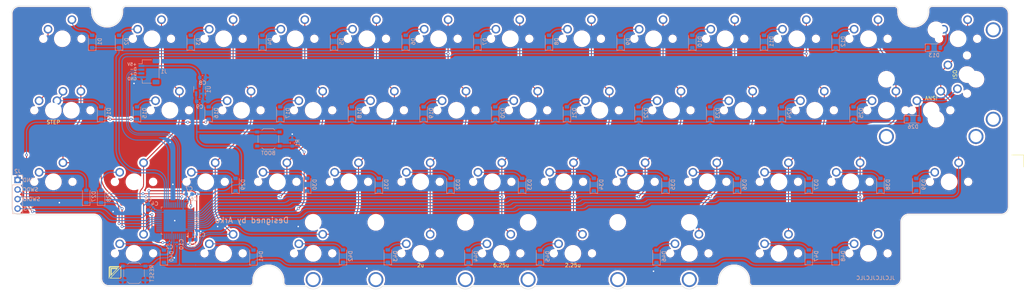
<source format=kicad_pcb>
(kicad_pcb (version 20240108) (generator "pcbnew") (generator_version "8.0")
  (layers (0 "F.Cu" signal) (31 "B.Cu" signal) (34 "B.Paste" user) (35 "F.Paste" user) (36 "B.SilkS" user "B.Silkscreen") (37 "F.SilkS" user "F.Silkscreen") (38 "B.Mask" user) (39 "F.Mask" user) (44 "Edge.Cuts" user))
  (net 0 "")
  (net 1 "Net-(D1-A)")
  (net 2 "Net-(D2-A)")
  (net 3 "Net-(D3-A)")
  (net 4 "Net-(D4-A)")
  (net 5 "Net-(D5-A)")
  (net 6 "Net-(D6-A)")
  (net 7 "Net-(D7-A)")
  (net 8 "Net-(D8-A)")
  (net 9 "Net-(D9-A)")
  (net 10 "Net-(D10-A)")
  (net 11 "Net-(D11-A)")
  (net 12 "Net-(D12-A)")
  (net 13 "Net-(D13-A)")
  (net 14 "Net-(D14-A)")
  (net 15 "Net-(D15-A)")
  (net 16 "Net-(D16-A)")
  (net 17 "Net-(D17-A)")
  (net 18 "Net-(D18-A)")
  (net 19 "Net-(D19-A)")
  (net 20 "Net-(D20-A)")
  (net 21 "Net-(D21-A)")
  (net 22 "Net-(D22-A)")
  (net 23 "Net-(D23-A)")
  (net 24 "Net-(D24-A)")
  (net 25 "Net-(D25-A)")
  (net 26 "Net-(D26-A)")
  (net 27 "Net-(D27-A)")
  (net 28 "Net-(D28-A)")
  (net 29 "Net-(D29-A)")
  (net 30 "Net-(D30-A)")
  (net 31 "Net-(D31-A)")
  (net 32 "Net-(D32-A)")
  (net 33 "Net-(D33-A)")
  (net 34 "Net-(D34-A)")
  (net 35 "Net-(D35-A)")
  (net 36 "Net-(D36-A)")
  (net 37 "Net-(D37-A)")
  (net 38 "Net-(D39-A)")
  (net 39 "Net-(D40-A)")
  (net 40 "Net-(D41-A)")
  (net 41 "Net-(D42-A)")
  (net 42 "Net-(D38-A)")
  (net 43 "Net-(D46-A)")
  (net 44 "Net-(D43-A)")
  (net 45 "+5V")
  (net 46 "D-")
  (net 47 "D+")
  (net 48 "row0")
  (net 49 "col11")
  (net 50 "row1")
  (net 51 "col12")
  (net 52 "row3")
  (net 53 "col0")
  (net 54 "col1")
  (net 55 "col2")
  (net 56 "col3")
  (net 57 "col4")
  (net 58 "col5")
  (net 59 "col6")
  (net 60 "col7")
  (net 61 "col8")
  (net 62 "col9")
  (net 63 "col10")
  (net 64 "GND")
  (net 65 "Net-(D44-A)")
  (net 66 "Net-(D45-A)")
  (net 67 "Net-(D47-A)")
  (net 68 "Net-(D48-A)")
  (net 69 "+3V3")
  (net 70 "SWDIO")
  (net 71 "SWDCLK")
  (net 72 "RST")
  (net 73 "BOOT")
  (net 83 "row2_l")
  (net 84 "row2_r")
  (footprint "PCM_marbastlib-mx:SW_MX_1.75u_STP_1.25" (layer "F.Cu") (at 25.003138 41.671884)
    (property "Reference" "MX15" (hide yes))
    (property "Value" "MX_SW_solder")
  )
  (footprint "PCM_marbastlib-mx:SW_MX_1u" (layer "F.Cu") (at 163.115638 79.771884)
    (property "Reference" "MX49" (hide yes))
    (property "Value" "MX_SW_solder")
  )
  (footprint "PCM_marbastlib-mx:SW_MX_1u" (layer "F.Cu") (at 146.446888 22.621884)
    (property "Reference" "MX7" (hide yes))
    (property "Value" "MX_SW_solder" (hide yes))
  )
  (footprint "PCM_marbastlib-mx:SW_MX_1u" (layer "F.Cu") (at 170.259388 41.671884)
    (property "Reference" "MX22" (hide yes))
    (property "Value" "MX_SW_solder" (hide yes))
  )
  (footprint "PCM_marbastlib-mx:SW_MX_1u" (layer "F.Cu") (at 122.634388 79.771884)
    (property "Reference" "MX46" (hide yes))
    (property "Value" "MX_SW_solder")
  )
  (footprint "PCM_marbastlib-mx:SW_MX_1.25u" (layer "F.Cu") (at 25.003138 60.721884)
    (property "Reference" "MX30" (hide yes))
    (property "Value" "MX_SW_solder")
  )
  (footprint "PCM_marbastlib-mx:SW_MX_1.5u" (layer "F.Cu") (at 27.384388 22.621884)
    (property "Reference" "MX1" (hide yes))
    (property "Value" "MX_SW_solder" (hide yes))
  )
  (footprint "PCM_marbastlib-mx:SW_MX_1u" (layer "F.Cu") (at 236.934388 60.721884)
    (property "Reference" "MX41" (hide yes))
    (property "Value" "MX_SW_solder")
  )
  (footprint "PCM_marbastlib-mx:STAB_MX_P_2u" (layer "F.Cu") (at 122.634388 79.771884 180)
    (property "Reference" "S5" (hide yes))
    (property "Value" "2")
  )
  (footprint "PCM_marbastlib-mx:SW_MX_1u" (layer "F.Cu") (at 89.296888 22.621884)
    (property "Reference" "MX4" (hide yes))
    (property "Value" "MX_SW_solder" (hide yes))
  )
  (footprint "PCM_marbastlib-mx:SW_MX_1u" (layer "F.Cu") (at 103.584388 60.721884)
    (property "Reference" "MX34" (hide yes))
    (property "Value" "MX_SW_solder" (hide yes))
  )
  (footprint "PCM_marbastlib-mx:SW_MX_1u" (layer "F.Cu") (at 184.546888 22.621884)
    (property "Reference" "MX9" (hide yes))
    (property "Value" "MX_SW_solder" (hide yes))
  )
  (footprint "PCM_marbastlib-mx:SW_MX_1u" (layer "F.Cu") (at 194.071888 79.771884)
    (property "Reference" "MX51" (hide yes))
    (property "Value" "MX_SW_solder")
  )
  (footprint "PCM_marbastlib-mx:SW_MX_1u" (layer "F.Cu") (at 141.684388 60.721884)
    (property "Reference" "MX36" (hide yes))
    (property "Value" "MX_SW_solder" (hide yes))
  )
  (footprint "PCM_marbastlib-mx:SW_MX_1u" (layer "F.Cu") (at 94.059388 79.771884)
    (property "Reference" "MX45" (hide yes))
    (property "Value" "MX_SW_solder")
  )
  (footprint "PCM_marbastlib-mx:SW_MX_1.75u" (layer "F.Cu") (at 29.765638 41.671884)
    (property "Reference" "MX14" (hide yes))
    (property "Value" "MX_SW_solder")
  )
  (footprint "PCM_marbastlib-mx:SW_MX_1u" (layer "F.Cu") (at 222.646888 22.621884)
    (property "Reference" "MX11" (hide yes))
    (property "Value" "MX_SW_solder" (hide yes))
  )
  (footprint "PCM_marbastlib-mx:SW_MX_1u" (layer "F.Cu") (at 246.459388 41.671884)
    (property "Reference" "MX26" (hide yes))
    (property "Value" "MX_SW_solder" (hide yes))
  )
  (footprint "PCM_marbastlib-mx:SW_MX_1u" (layer "F.Cu") (at 203.596888 22.621884)
    (property "Reference" "MX10" (hide yes))
    (property "Value" "MX_SW_solder" (hide yes))
  )
  (footprint "PCM_marbastlib-mx:SW_MX_1u" (layer "F.Cu") (at 165.496888 22.621884)
    (property "Reference" "MX8" (hide yes))
    (property "Value" "MX_SW_solder" (hide yes))
  )
  (footprint "PCM_marbastlib-mx:SW_MX_1u" (layer "F.Cu") (at 132.159388 41.671884)
    (property "Reference" "MX20" (hide yes))
    (property "Value" "MX_SW_solder" (hide yes))
  )
  (footprint "PCM_marbastlib-mx:SW_MX_1.5u" (layer "F.Cu") (at 217.884388 79.771884)
    (property "Reference" "MX52" (hide yes))
    (property "Value" "MX_SW_solder")
  )
  (footprint "PCM_marbastlib-mx:SW_MX_1.5u" (layer "F.Cu") (at 70.246888 79.771884)
    (property "Reference" "MX44" (hide yes))
    (property "Value" "MX_SW_solder")
  )
  (footprint "PCM_marbastlib-mx:SW_MX_1u" (layer "F.Cu") (at 55.959388 41.671884)
    (property "Reference" "MX16" (hide yes))
    (property "Value" "MX_SW_solder" (hide yes))
  )
  (footprint "PCM_marbastlib-mx:SW_MX_1u" (layer "F.Cu") (at 65.484388 60.721884)
    (property "Reference" "MX32" (hide yes))
    (property "Value" "MX_SW_solder")
  )
  (footprint "PCM_marbastlib-mx:SW_MX_1u" (layer "F.Cu") (at 217.884388 60.721884)
    (property "Reference" "MX40" (hide yes))
    (property "Value" "MX_SW_solder")
  )
  (footprint "PCM_marbastlib-mx:SW_MX_1u" (layer "F.Cu") (at 189.309388 41.671884)
    (property "Reference" "MX23" (hide yes))
    (property "Value" "MX_SW_solder" (hide yes))
  )
  (footprint "PCM_marbastlib-mx:SW_MX_1u" (layer "F.Cu") (at 160.734388 60.721884)
    (property "Reference" "MX37" (hide yes))
    (property "Value" "MX_SW_solder")
  )
  (footprint "PCM_marbastlib-mx:SW_MX_1u" (layer "F.Cu") (at 179.784388 60.721884)
    (property "Reference" "MX38" (hide yes))
    (property "Value" "MX_SW_solder")
  )
  (footprint "PCM_marbastlib-mx:SW_MX_1u" (layer "F.Cu") (at 258.365638 41.671884)
    (property "Reference" "MX27" (hide yes))
    (property "Value" "MX_SW_solder" (hide yes))
  )
  (footprint "PCM_marbastlib-mx:SW_MX_1u" (layer "F.Cu") (at 94.059388 41.671884)
    (property "Reference" "MX18" (hide yes))
    (property "Value" "MX_SW_solder" (hide yes))
  )
  (footprint "PCM_marbastlib-mx:SW_MX_1u" (layer "F.Cu") (at 75.009388 41.671884)
    (property "Reference" "MX17" (hide yes))
    (property "Value" "MX_SW_solder" (hide yes))
  )
  (footprint "PCM_marbastlib-mx:SW_MX_1u" (layer "F.Cu") (at 46.434388 60.721884)
    (property "Reference" "MX31" (hide yes))
    (property "Value" "MX_SW_solder" (hide yes))
  )
  (footprint "PCM_marbastlib-mx:SW_MX_1u" (layer "F.Cu") (at 113.109388 41.671884)
    (property "Reference" "MX19" (hide yes))
    (property "Value" "MX_SW_solder" (hide yes))
  )
  (footprint "PCM_marbastlib-mx:SW_MX_1u" (layer "F.Cu") (at 70.246888 22.621884)
    (property "Reference" "MX3" (hide yes))
    (property "Value" "MX_SW_solder" (hide yes))
  )
  (footprint "PCM_marbastlib-mx:SW_MX_1u" (layer "F.Cu") (at 198.834388 60.721884)
    (property "Reference" "MX39" (hide yes))
    (property "Value" "MX_SW_solder")
  )
  (footprint "PCM_marbastlib-mx:SW_MX_1u" (layer "F.Cu") (at 127.396888 22.621884)
    (property "Reference" "MX6" (hide yes))
    (property "Value" "MX_SW_solder" (hide yes))
  )
  (footprint "PCM_marbastlib-mx:SW_MX_1.5u" (layer "F.Cu") (at 265.509388 22.621884)
    (property "Reference" "MX13" (hide yes))
    (property "Value" "MX_SW_solder" (hide yes))
  )
  (footprint "PCM_marbastlib-mx:STAB_MX_P_2.25u" (layer "F.Cu") (at 163.115638 79.771884 180)
    (property "Reference" "S6" (hide yes))
    (property "Value" "2.25")
  )
  (footprint "PCM_marbastlib-mx:SW_MX_1u" (layer "F.Cu") (at 241.696888 79.771884)
    (property "Reference" "MX53" (hide yes))
    (property "Value" "MX_SW_solder")
  )
  (footprint "PCM_marbastlib-mx:SW_MX_1u" (layer "F.Cu") (at 151.209388 41.671884)
    (property "Reference" "MX21" (hide yes))
    (property "Value" "MX_SW_solder" (hide yes))
  )
  (footprint "PCM_marbastlib-mx:SW_MX_1u" (layer "F.Cu") (at 267.890638 32.146884 90)
    (property "Reference" "MX28" (hide yes))
    (property "Value" "MX_SW_solder" (hide yes))
  )
  (footprint "PCM_marbastlib-mx:SW_MX_1u" (layer "F.Cu") (at 108.346888 22.621884)
    (property "Reference" "MX5" (hide yes))
    (property "Value" "MX_SW_solder" (hide yes))
  )
  (footprint "PCM_marbastlib-mx:SW_MX_1u" (layer "F.Cu") (at 84.534388 60.721884)
    (property "Reference" "MX33" (hide yes))
    (property "Value" "MX_SW_solder" (hide yes))
  )
  (footprint "PCM_marbastlib-mx:SW_MX_1u" (layer "F.Cu") (at 122.634388 60.721884)
    (property "Reference" "MX35" (hide yes))
    (property "Value" "MX_SW_solder" (hide yes))
  )
  (footprint "PCM_marbastlib-mx:SW_MX_1u" (layer "F.Cu") (at 227.409388 41.671884)
    (property "Reference" "MX25" (hide yes))
    (property "Value" "MX_SW_solder" (hide yes))
  )
  (footprint "PCM_marbastlib-mx:STAB_MX_P_ISO-ROT" (layer "F.Cu") (at 267.890638 32.146884)
    (property "Reference" "S3" (hide yes))
    (property "Value" "ISO")
  )
  (footprint "PCM_marbastlib-mx:SW_MX_1u" (layer "F.Cu") (at 51.196888 22.621884)
    (property "Reference" "MX2" (hide yes))
    (property "Value" "MX_SW_solder" (hide yes))
  )
  (footprint "PCM_marbastlib-mx:STAB_MX_P_2.25u" (layer "F.Cu") (at 258.365638 41.671884 180)
    (property "Reference" "S1" (hide yes))
    (property "Value" "2.25")
  )
  (footprint "PCM_marbastlib-mx:SW_MX_1u" (layer "F.Cu") (at 46.434388 79.771884)
    (property "Reference" "MX43" (hide yes))
    (property "Value" "MX_SW_solder")
  )
  (footprint "PCM_marbastlib-mx:SW_MX_1u" (layer "F.Cu") (at 144.065638 79.771884)
    (property "Reference" "MX48" (hide yes))
    (property "Value" "MX_SW_solder")
  )
  (footprint "PCM_marbastlib-mx:STAB_MX_P_6.25u" (layer "F.Cu") (at 144.065638 79.771884 180)
    (property "Reference" "S4" (hide yes))
    (property "Value" "6.25")
  )
  (footprint "PCM_marbastlib-mx:SW_MX_1.75u" (layer "F.Cu") (at 263.128138 60.721884)
    (property "Reference" "MX42" (hide yes))
    (property "Value" "MX_SW_solder")
  )
  (footprint "PCM_marbastlib-mx:SW_MX_1u" (layer "F.Cu") (at 208.359388 41.671884)
    (property "Reference" "MX24" (hide yes))
    (property "Value" "MX_SW_solder" (hide yes))
  )
  (footprint "PCM_marbastlib-mx:SW_MX_1u" (layer "F.Cu") (at 241.696888 22.621884)
    (property "Reference" "MX12" (hide yes))
    (property "Value" "MX_SW_solder" (hide yes))
  )
  (footprint "Capacitor_SMD:C_0402_1005Metric" (layer "B.Cu") (at 60.534388 65.300883 180)
    (property "Reference" "C6")
    (property "Value" "10n")
  )
  (footprint "Diode_SMD:D_SOD-123" (layer "B.Cu") (at 99.615638 23.353134 90)
    (property "Reference" "D5")
    (property "Value" "1N4148W")
  )
  (footprint "Diode_SMD:D_SOD-123" (layer "B.Cu") (at 80.565638 23.353134 90)
    (property "Reference" "D4")
    (property "Value" "1N4148W")
  )
  (footprint "Button_Switch_SMD:SW_Push_1P1T_XKB_TS-1187A" (layer "B.Cu") (at 82.153138 49.321884)
    (property "Reference" "BOOT")
    (property "Value" "SW_Push")
  )
  (footprint "Button_Switch_SMD:SW_Push_1P1T_XKB_TS-1187A" (layer "B.Cu") (at 46.434388 85.040634)
    (property "Reference" "RESET")
    (property "Value" "SW_Push")
  )
  (footprint "Diode_SMD:D_SOD-123" (layer "B.Cu") (at 123.428138 42.403134 90)
    (property "Reference" "D19")
    (property "Value" "1N4148W")
  )
  (footprint "Capacitor_SMD:C_0603_1608Metric" (layer "B.Cu") (at 63.896888 39.290634)
    (property "Reference" "C9")
    (property "Value" "1u")
  )
  (footprint "Resistor_SMD:R_0603_1608Metric" (layer "B.Cu") (at 88.503138 50.371884 90)
    (property "Reference" "R1")
    (property "Value" "10k")
  )
  (footprint "Capacitor_SMD:C_0402_1005Metric" (layer "B.Cu") (at 51.509388 68.023244 -90)
    (property "Reference" "C4")
    (property "Value" "100n")
  )
  (footprint "Diode_SMD:D_SOD-123" (layer "B.Cu") (at 225.821888 80.503134 90)
    (property "Reference" "D47")
    (property "Value" "1N4148W")
  )
  (footprint "Diode_SMD:D_SOD-123" (layer "B.Cu") (at 47.228138 42.403134 90)
    (property "Reference" "D15")
    (property "Value" "1N4148W")
  )
  (footprint "Capacitor_SMD:C_0402_1005Metric" (layer "B.Cu") (at 62.634388 74.809384)
    (property "Reference" "C1")
    (property "Value" "100n")
  )
  (footprint "Diode_SMD:D_SOD-123" (layer "B.Cu") (at 259.159388 25.003134)
    (property "Reference" "D13")
    (property "Value" "1N4148W")
  )
  (footprint "Diode_SMD:D_SOD-123" (layer "B.Cu") (at 232.965638 80.503134 90)
    (property "Reference" "D48")
    (property "Value" "1N4148W")
  )
  (footprint "Diode_SMD:D_SOD-123" (layer "B.Cu") (at 232.965638 23.353134 90)
    (property "Reference" "D12")
    (property "Value" "1N4148W")
  )
  (footprint "Diode_SMD:D_SOD-123" (layer "B.Cu") (at 104.378138 42.403134 90)
    (property "Reference" "D18")
    (property "Value" "1N4148W")
  )
  (footprint "Capacitor_SMD:C_0402_1005Metric" (layer "B.Cu") (at 57.864388 77.359384 90)
    (property "Reference" "C10")
    (property "Value" "100n")
  )
  (footprint "Capacitor_SMD:C_0603_1608Metric" (layer "B.Cu") (at 50.175062 67.457559 -90)
    (property "Reference" "C5")
    (property "Value" "4.7u")
  )
  (footprint "Diode_SMD:D_SOD-123" (layer "B.Cu") (at 199.628138 42.403134 90)
    (property "Reference" "D23")
    (property "Value" "1N4148W")
  )
  (footprint "Diode_SMD:D_SOD-123" (layer "B.Cu") (at 78.184388 80.565634 90)
    (property "Reference" "D41")
    (property "Value" "1N4148W")
  )
  (footprint "Capacitor_SMD:C_0603_1608Metric" (layer "B.Cu") (at 62.059388 76.134384)
    (property "Reference" "C3")
    (property "Value" "4.7u")
  )
  (footprint "Diode_SMD:D_SOD-123" (layer "B.Cu") (at 254.396888 61.453134 90)
    (property "Reference" "D39")
    (property "Value" "1N4148W")
  )
  (footprint "Diode_SMD:D_SOD-123" (layer "B.Cu") (at 218.678138 42.403134 90)
    (property "Reference" "D24")
    (property "Value" "1N4148W")
  )
  (footprint "Diode_SMD:D_SOD-123" (layer "B.Cu") (at 156.765638 23.353134 90)
    (property "Reference" "D8")
    (property "Value" "1N4148W")
  )
  (footprint "Diode_SMD:D_SOD-123" (layer "B.Cu") (at 175.815638 23.353134 90)
    (property "Reference" "D9")
    (property "Value" "1N4148W")
  )
  (footprint "Diode_SMD:D_SOD-123" (layer "B.Cu") (at 225.821888 61.453134 90)
    (property "Reference" "D37")
    (property "Value" "1N4148W")
  )
  (footprint "Diode_SMD:D_SOD-123" (layer "B.Cu") (at 185.340638 80.565634 90)
    (property "Reference" "D46")
    (property "Value" "1N4148W")
  )
  (footprint "Diode_SMD:D_SOD-123" (layer "B.Cu") (at 61.515638 23.353134 90)
    (property "Reference" "D3")
    (property "Value" "1N4148W")
  )
  (footprint "Diode_SMD:D_SOD-123" (layer "B.Cu") (at 54.371888 80.565634 90)
    (property "Reference" "D40")
    (property "Value" "1N4148W")
  )
  (footprint "Diode_SMD:D_SOD-123" (layer "B.Cu") (at 206.771888 61.453134 90)
    (property "Reference" "D36")
    (property "Value" "1N4148W")
  )
  (footprint "Diode_SMD:D_SOD-123" (layer "B.Cu") (at 33.734388 64.628134 90)
    (property "Reference" "D27")
    (property "Value" "1N4148W")
  )
  (footprint "Diode_SMD:D_SOD-123" (layer "B.Cu") (at 194.865638 23.353134 90)
    (property "Reference" "D10")
    (property "Value" "1N4148W")
  )
  (footprint "Diode_SMD:D_SOD-123" (layer "B.Cu") (at 35.321888 23.353134 90)
    (property "Reference" "D1")
    (property "Value" "1N4148W")
  )
  (footprint "Diode_SMD:D_SOD-123" (layer "B.Cu") (at 154.384388 80.565684 90)
    (property "Reference" "D45")
    (property "Value" "1N4148W")
  )
  (footprint "Diode_SMD:D_SOD-123" (layer "B.Cu") (at 237.728138 42.403134 90)
    (property "Reference" "D25")
    (property "Value" "1N4148W")
  )
  (footprint "Diode_SMD:D_SOD-123" (layer "B.Cu") (at 37.703138 64.628134 90)
    (property "Reference" "D28")
    (property "Value" "1N4148W")
  )
  (footprint "Diode_SMD:D_SOD-123" (layer "B.Cu") (at 168.671888 61.453134 90)
    (property "Reference" "D34")
    (property "Value" "1N4148W")
  )
  (footprint "Diode_SMD:D_SOD-123" (layer "B.Cu") (at 142.478138 42.403134 90)
    (property "Reference" "D20")
    (property "Value" "1N4148W")
  )
  (footprint "Diode_SMD:D_SOD-123" (layer "B.Cu") (at 113.903138 80.503134 90)
    (property "Reference" "D43")
    (property "Value" "1N4148W")
  )
  (footprint "Connector_JST:JST_SH_SM04B-SRSS-TB_1x04-1MP_P1.00mm_Horizontal" (layer "B.Cu") (at 50.403138 31.353134 -90)
    (property "Reference" "J1")
    (property "Value" "Conn_01x04")
  )
  (footprint "Diode_SMD:D_SOD-123" (layer "B.Cu") (at 149.621888 61.453134 90)
    (property "Reference" "D33")
    (property "Value" "1N4148W")
  )
  (footprint "Capacitor_SMD:C_0402_1005Metric" (layer "B.Cu") (at 55.859388 76.909384)
    (property "Reference" "C2")
    (property "Value" "100n")
  )
  (footprint "Diode_SMD:D_SOD-123" (layer "B.Cu") (at 180.578138 42.403134 90)
    (property "Reference" "D22")
    (property "Value" "1N4148W")
  )
  (footprint "Diode_SMD:D_SOD-123" (layer "B.Cu") (at 42.465638 23.353134 90)
    (property "Reference" "D2")
    (property "Value" "1N4148W")
  )
  (footprint "Diode_SMD:D_SOD-123" (layer "B.Cu") (at 92.471888 61.453134 90)
    (property "Reference" "D30")
    (property "Value" "1N4148W")
  )
  (footprint "Diode_SMD:D_SOD-123" (layer "B.Cu") (at 161.528138 42.403134 90)
    (property "Reference" "D21")
    (property "Value" "1N4148W")
  )
  (footprint "Diode_SMD:D_SOD-123" (layer "B.Cu") (at 73.421888 61.453134 90)
    (property "Reference" "D29")
    (property "Value" "1N4148W")
  )
  (footprint "Diode_SMD:D_SOD-123" (layer "B.Cu") (at 187.721888 61.453134 90)
    (property "Reference" "D35")
    (property "Value" "1N4148W")
  )
  (footprint "Capacitor_SMD:C_0603_1608Metric" (layer "B.Cu") (at 61.084388 63.984384 180)
    (property "Reference" "C7")
    (property "Value" "1u")
  )
  (footprint "Diode_SMD:D_SOD-123" (layer "B.Cu") (at 101.996888 80.503134 90)
    (property "Reference" "D42")
    (property "Value" "1N4148W")
  )
  (footprint "Diode_SMD:D_SOD-123" (layer "B.Cu") (at 37.703138 42.403134 90)
    (property "Reference" "D14")
    (property "Value" "1N4148W")
  )
  (footprint "Diode_SMD:D_SOD-123" (layer "B.Cu") (at 85.328138 42.403134 90)
    (property "Reference" "D17")
    (property "Value" "1N4148W")
  )
  (footprint "Diode_SMD:D_SOD-123" (layer "B.Cu") (at 118.665638 23.353134 90)
    (property "Reference" "D6")
    (property "Value" "1N4148W")
  )
  (footprint "Diode_SMD:D_SOD-123" (layer "B.Cu") (at 137.715638 23.353134 90)
    (property "Reference" "D7")
    (property "Value" "1N4148W")
  )
  (footprint "Diode_SMD:D_SOD-123" (layer "B.Cu") (at 253.540638 44.053134)
    (property "Reference" "D26")
    (property "Value" "1N4148W")
  )
  (footprint "Diode_SMD:D_SOD-123" (layer "B.Cu") (at 244.871888 61.453134 90)
    (property "Reference" "D38")
    (property "Value" "1N4148W")
  )
  (footprint "Package_QFP:LQFP-48_7x7mm_P0.5mm" (layer "B.Cu") (at 57.259388 71.059384 90)
    (property "Reference" "U2")
    (property "Value" "STM32F072CBTx")
  )
  (footprint "Diode_SMD:D_SOD-123" (layer "B.Cu") (at 111.521888 61.453134 90)
    (property "Reference" "D31")
    (property "Value" "1N4148W")
  )
  (footprint "Diode_SMD:D_SOD-123" (layer "B.Cu") (at 213.915638 23.353134 90)
    (property "Reference" "D11")
    (property "Value" "1N4148W")
  )
  (footprint "Capacitor_SMD:C_0603_1608Metric" (layer "B.Cu") (at 64.671888 32.940634)
    (property "Reference" "C8")
    (property "Value" "1u")
  )
  (footprint "Connector_PinHeader_2.54mm:PinHeader_1x04_P2.54mm_Vertical" (layer "B.Cu") (at 15.478138 60.245634 180)
    (property "Reference" "J2")
    (property "Value" "Conn_01x04")
  )
  (footprint "Diode_SMD:D_SOD-123" (layer "B.Cu") (at 66.278138 42.403134 90)
    (property "Reference" "D16")
    (property "Value" "1N4148W")
  )
  (footprint "Diode_SMD:D_SOD-123" (layer "B.Cu") (at 130.571888 61.453134 90)
    (property "Reference" "D32")
    (property "Value" "1N4148W")
  )
  (footprint "Package_TO_SOT_SMD:SOT-23-3" (layer "B.Cu") (at 63.896888 36.115634 90)
    (property "Reference" "U1")
    (property "Value" "XC6206PxxxMR")
  )
  (footprint "Diode_SMD:D_SOD-123" (layer "B.Cu") (at 135.334388 80.565634 90)
    (property "Reference" "D44")
    (property "Value" "1N4148W")
  )
  (gr_line (start 282.971888 53.578134) (end 282.971888 56.753134) (stroke (width 0.15)) (layer "F.SilkS"))
  (gr_poly (pts (xy 43.024546 86.154886) (xy 43.02414 86.171286) (xy 43.022928 86.187574) (xy 43.020922 86.203725) (xy 43.018133 86.219709) (xy 43.014572 86.235501) (xy 43.01025 86.251074) (xy 43.00518 86.266399) (xy 42.999371 86.28145) (xy 42.992835 86.296201) (xy 42.985584 86.310623) (xy 42.977628 86.32469) (xy 42.96898 86.338375) (xy 42.959649 86.35165) (xy 42.949648 86.364488) (xy 42.938987 86.376863) (xy 42.927678 86.388747) (xy 42.915794 86.400056) (xy 42.903419 86.410717) (xy 42.890581 86.420718) (xy 42.877306 86.430049) (xy 42.863621 86.438697) (xy 42.849554 86.446653) (xy 42.835132 86.453904) (xy 42.820381 86.46044) (xy 42.80533 86.466249) (xy 42.790005 86.471319) (xy 42.774432 86.475641) (xy 42.75864 86.479202) (xy 42.742656 86.481991) (xy 42.726505 86.483997) (xy 42.710217 86.485209) (xy 42.693817 86.485615) (xy 40.130666 86.485615) (xy 40.126566 86.485514) (xy 40.122494 86.485211) (xy 40.118456 86.484709) (xy 40.11446 86.484012) (xy 40.110512 86.483122) (xy 40.106619 86.482041) (xy 40.102788 86.480773) (xy 40.099025 86.479321) (xy 40.095337 86.477687) (xy 40.091732 86.475875) (xy 40.088215 86.473886) (xy 40.084794 86.471723) (xy 40.081475 86.469391) (xy 40.078265 86.46689) (xy 40.075172 86.464225) (xy 40.072201 86.461398) (xy 40.069373 86.458427) (xy 40.066708 86.455333) (xy 40.064208 86.452124) (xy 40.061875 86.448805) (xy 40.059713 86.445384) (xy 40.057724 86.441867) (xy 40.055911 86.438261) (xy 40.054277 86.434574) (xy 40.052825 86.430811) (xy 40.051558 86.42698) (xy 40.050477 86.423087) (xy 40.049587 86.419139) (xy 40.04889 86.415142) (xy 40.048388 86.411105) (xy 40.048085 86.407033) (xy 40.047984 86.402933) (xy 40.047984 86.341283) (xy 40.048009 86.341283) (xy 40.048084 86.338641) (xy 40.048288 86.336018) (xy 40.048619 86.333418) (xy 40.049076 86.330844) (xy 40.049657 86.328302) (xy 40.050359 86.325795) (xy 40.051182 86.323329) (xy 40.052122 86.320906) (xy 40.052414 86.32025) (xy 40.275011 86.32025) (xy 42.693817 86.32025) (xy 42.702017 86.320047) (xy 42.710161 86.319441) (xy 42.718236 86.318438) (xy 42.726228 86.317044) (xy 42.734125 86.315263) (xy 42.741911 86.313103) (xy 42.749573 86.310567) (xy 42.757099 86.307663) (xy 42.764474 86.304395) (xy 42.771685 86.300769) (xy 42.778719 86.296792) (xy 42.785561 86.292467) (xy 42.792199 86.287802) (xy 42.798618 86.282801) (xy 42.804805 86.277471) (xy 42.810747 86.271816) (xy 42.816402 86.265874) (xy 42.821732 86.259687) (xy 42.826733 86.253268) (xy 42.831398 86.24663) (xy 42.835723 86.239788) (xy 42.8397 86.232754) (xy 42.843326 86.225543) (xy 42.846594 86.218168) (xy 42.849498 86.210642) (xy 42.852034 86.20298) (xy 42.854194 86.195194) (xy 42.855975 86.187297) (xy 42.857369 86.179305) (xy 42.858372 86.17123) (xy 42.858978 86.163086) (xy 42.859181 86.154886) (xy 42.859181 83.587045) (xy 40.275011 86.32025) (xy 40.052414 86.32025) (xy 40.05318 86.318532) (xy 40.054352 86.316211) (xy 40.055637 86.313947) (xy 40.057033 86.311744) (xy 40.058539 86.309608) (xy 40.060152 86.307541) (xy 40.061871 86.30555) (xy 40.063693 86.303637) (xy 42.843511 83.363028) (xy 42.845322 83.361126) (xy 42.847031 83.359146) (xy 42.848635 83.357093) (xy 42.850133 83.35497) (xy 42.851523 83.352783) (xy 42.852803 83.350534) (xy 42.853972 83.348228) (xy 42.855028 83.34587) (xy 42.855969 83.343464) (xy 42.856792 83.341014) (xy 42.857497 83.338524) (xy 42.858082 83.335998) (xy 42.858545 83.333442) (xy 42.858883 83.330858) (xy 42.859096 83.328252) (xy 42.859181 83.325627) (xy 42.859181 83.261006) (xy 42.859283 83.256906) (xy 42.859586 83.252834) (xy 42.860088 83.248796) (xy 42.860785 83.2448) (xy 42.861675 83.240852) (xy 42.862755 83.236959) (xy 42.864023 83.233128) (xy 42.865475 83.229365) (xy 42.867109 83.225677) (xy 42.868922 83.222071) (xy 42.870911 83.218555) (xy 42.873073 83.215134) (xy 42.875406 83.211815) (xy 42.877906 83.208605) (xy 42.880571 83.205512) (xy 42.883399 83.202541) (xy 42.88637 83.199713) (xy 42.889463 83.197048) (xy 42.892673 83.194548) (xy 42.895992 83.192215) (xy 42.899413 83.190053) (xy 42.902929 83.188064) (xy 42.906535 83.186251) (xy 42.910223 83.184617) (xy 42.913985 83.183165) (xy 42.917817 83.181897) (xy 42.92171 83.180817) (xy 42.925658 83.179927) (xy 42.929654 83.17923) (xy 42.933692 83.178728) (xy 42.937764 83.178425) (xy 42.941864 83.178323) (xy 43.024546 83.178323)) (stroke (width -0.000001)) (fill solid) (layer "F.SilkS"))
  (gr_poly (pts (xy 42.693817 83.261006) (xy 42.693715 83.265106) (xy 42.693412 83.269178) (xy 42.692911 83.273215) (xy 42.692213 83.277212) (xy 42.691323 83.28116) (xy 42.690243 83.285053) (xy 42.688975 83.288884) (xy 42.687523 83.292647) (xy 42.685889 83.296335) (xy 42.684076 83.29994) (xy 42.682087 83.303457) (xy 42.679925 83.306878) (xy 42.677593 83.310197) (xy 42.675092 83.313406) (xy 42.672427 83.3165) (xy 42.6696 83.319471) (xy 42.666629 83.322298) (xy 42.663535 83.324963) (xy 42.660326 83.327464) (xy 42.657007 83.329796) (xy 42.653586 83.331959) (xy 42.650069 83.333948) (xy 42.646463 83.33576) (xy 42.642776 83.337394) (xy 42.639013 83.338846) (xy 42.635182 83.340114) (xy 42.631288 83.341194) (xy 42.62734 83.342085) (xy 42.623344 83.342782) (xy 42.619307 83.343283) (xy 42.615235 83.343586) (xy 42.611135 83.343688) (xy 42.560337 83.343688) (xy 42.557695 83.343763) (xy 42.555072 83.343967) (xy 42.552472 83.344298) (xy 42.549898 83.344755) (xy 42.547356 83.345335) (xy 42.544849 83.346038) (xy 42.542383 83.34686) (xy 42.53996 83.347801) (xy 42.537586 83.348858) (xy 42.535265 83.350031) (xy 42.533001 83.351316) (xy 42.530798 83.352712) (xy 42.528662 83.354217) (xy 42.526595 83.35583) (xy 42.524603 83.357549) (xy 42.52269 83.359372) (xy 42.52269 83.359346) (xy 42.379624 83.510693) (xy 42.379611 83.510706) (xy 42.377699 83.512527) (xy 42.375707 83.514245) (xy 42.373641 83.515857) (xy 42.371505 83.517361) (xy 42.369303 83.518756) (xy 42.36704 83.52004) (xy 42.364719 83.521211) (xy 42.362346 83.522268) (xy 42.359924 83.523208) (xy 42.357459 83.52403) (xy 42.354953 83.524732) (xy 42.352412 83.525312) (xy 42.349839 83.525768) (xy 42.34724 83.526099) (xy 42.344618 83.526303) (xy 42.341978 83.526377) (xy 42.341978 83.526442) (xy 40.311309 83.526442) (xy 40.29864 83.526756) (xy 40.286057 83.527692) (xy 40.27358 83.529241) (xy 40.261232 83.531396) (xy 40.249032 83.534146) (xy 40.237002 83.537485) (xy 40.225163 83.541402) (xy 40.213535 83.545889) (xy 40.20214 83.550938) (xy 40.190999 83.556539) (xy 40.180132 83.562685) (xy 40.16956 83.569366) (xy 40.159305 83.576574) (xy 40.149387 83.5843) (xy 40.139827 83.592536) (xy 40.130646 83.601272) (xy 40.12191 83.610453) (xy 40.113674 83.620013) (xy 40.105947 83.629931) (xy 40.098739 83.640186) (xy 40.092058 83.650757) (xy 40.085912 83.661624) (xy 40.08031 83.672765) (xy 40.075261 83.68416) (xy 40.070774 83.695788) (xy 40.066857 83.707626) (xy 40.063518 83.719656) (xy 40.060767 83.731855) (xy 40.058613 83.744203) (xy 40.057063 83.756679) (xy 40.056127 83.769262) (xy 40.055813 83.78193) (xy 40.055813 85.947625) (xy 40.055738 85.950266) (xy 40.055534 85.952889) (xy 40.055203 85.955489) (xy 40.054746 85.958063) (xy 40.054166 85.960605) (xy 40.053463 85.963112) (xy 40.052641 85.965579) (xy 40.0517 85.968001) (xy 40.050642 85.970375) (xy 40.04947 85.972697) (xy 40.048185 85.974961) (xy 40.046789 85.977163) (xy 40.045283 85.9793) (xy 40.04367 85.981366) (xy 40.041951 85.983358) (xy 40.040129 85.985271) (xy 40.040348 85.985271) (xy 39.897747 86.136127) (xy 39.895989 86.138026) (xy 39.894332 86.14) (xy 39.892776 86.142043) (xy 39.891325 86.144153) (xy 39.889979 86.146325) (xy 39.888741 86.148555) (xy 39.887611 86.150839) (xy 39.886592 86.153173) (xy 39.885685 86.155553) (xy 39.884892 86.157975) (xy 39.884214 86.160434) (xy 39.883654 86.162927) (xy 39.883213 86.16545) (xy 39.882892 86.167998) (xy 39.882694 86.170567) (xy 39.882619 86.173153) (xy 39.882619 86.402933) (xy 39.882517 86.407033) (xy 39.882214 86.411105) (xy 39.881713 86.415142) (xy 39.881016 86.419139) (xy 39.880125 86.423087) (xy 39.879045 86.42698) (xy 39.877777 86.430811) (xy 39.876325 86.434574) (xy 39.874691 86.438261) (xy 39.872879 86.441867) (xy 39.87089 86.445384) (xy 39.868727 86.448805) (xy 39.866395 86.452124) (xy 39.863894 86.455333) (xy 39.861229 86.458427) (xy 39.858402 86.461398) (xy 39.855431 86.464225) (xy 39.852337 86.46689) (xy 39.849128 86.469391) (xy 39.845809 86.471723) (xy 39.842388 86.473886) (xy 39.838871 86.475875) (xy 39.835266 86.477687) (xy 39.831578 86.479321) (xy 39.827815 86.480773) (xy 39.823984 86.482041) (xy 39.820091 86.483122) (xy 39.816143 86.484012) (xy 39.812146 86.484709) (xy 39.808109 86.485211) (xy 39.804037 86.485514) (xy 39.799937 86.485615) (xy 39.717254 86.485615) (xy 39.717254 83.509053) (xy 39.717661 83.492653) (xy 39.718873 83.476364) (xy 39.720879 83.460214) (xy 39.723668 83.444229) (xy 39.727229 83.428437) (xy 39.73155 83.412865) (xy 39.736621 83.39754) (xy 39.74243 83.382488) (xy 39.748965 83.367738) (xy 39.756217 83.353315) (xy 39.764172 83.339249) (xy 39.772821 83.325564) (xy 39.782152 83.312289) (xy 39.792153 83.29945) (xy 39.802814 83.287076) (xy 39.814123 83.275192) (xy 39.826007 83.263883) (xy 39.838381 83.253222) (xy 39.85122 83.243221) (xy 39.864495 83.23389) (xy 39.878179 83.225241) (xy 39.892246 83.217286) (xy 39.906669 83.210034) (xy 39.921419 83.203499) (xy 39.936471 83.19769) (xy 39.951796 83.192619) (xy 39.967368 83.188298) (xy 39.98316 83.184737) (xy 39.999145 83.181948) (xy 40.015295 83.179942) (xy 40.031584 83.17873) (xy 40.047984 83.178323) (xy 42.693817 83.178323)) (stroke (width -0.000001)) (fill solid) (layer "F.SilkS"))
  (gr_poly (pts (xy 40.18357 85.833768) (xy 40.18357 84.039912) (xy 40.49616 84.039912) (xy 40.49616 85.262602) (xy 41.730361 83.957229) (xy 40.578843 83.957229) (xy 40.574743 83.957331) (xy 40.570671 83.957634) (xy 40.566633 83.958136) (xy 40.562637 83.958833) (xy 40.558689 83.959723) (xy 40.554796 83.960803) (xy 40.550964 83.962071) (xy 40.547202 83.963523) (xy 40.543514 83.965157) (xy 40.539908 83.96697) (xy 40.536392 83.968959) (xy 40.532971 83.971121) (xy 40.529652 83.973454) (xy 40.526442 83.975954) (xy 40.523348 83.978619) (xy 40.520377 83.981446) (xy 40.51755 83.984417) (xy 40.514885 83.987511) (xy 40.512385 83.990721) (xy 40.510052 83.99404) (xy 40.50789 83.997461) (xy 40.505901 84.000977) (xy 40.504088 84.004583) (xy 40.502454 84.008271) (xy 40.501002 84.012033) (xy 40.499734 84.015865) (xy 40.498654 84.019758) (xy 40.497764 84.023706) (xy 40.497067 84.027702) (xy 40.496565 84.03174) (xy 40.496262 84.035812) (xy 40.49616 84.039912) (xy 40.18357 84.039912) (xy 40.18357 83.78193) (xy 40.183736 83.775356) (xy 40.184229 83.768869) (xy 40.185042 83.762476) (xy 40.186165 83.756185) (xy 40.187592 83.750005) (xy 40.189313 83.743943) (xy 40.191322 83.738008) (xy 40.193609 83.732207) (xy 40.196167 83.726548) (xy 40.198988 83.72104) (xy 40.202064 83.715691) (xy 40.205387 83.710508) (xy 40.208949 83.705499) (xy 40.212741 83.700674) (xy 40.216756 83.696038) (xy 40.220986 83.691602) (xy 40.225422 83.687372) (xy 40.230057 83.683357) (xy 40.234883 83.679565) (xy 40.239891 83.676003) (xy 40.245074 83.672681) (xy 40.250424 83.669605) (xy 40.255932 83.666783) (xy 40.26159 83.664225) (xy 40.267391 83.661938) (xy 40.273327 83.65993) (xy 40.279389 83.658208) (xy 40.285569 83.656782) (xy 40.29186 83.655658) (xy 40.298253 83.654846) (xy 40.30474 83.654352) (xy 40.311314 83.654186) (xy 42.243973 83.654186)) (stroke (width -0.000001)) (fill solid) (layer "F.SilkS"))
  (gr_line (start 282.971888 53.578134) (end 279.796888 53.578134) (stroke (width 0.15)) (layer "F.SilkS"))
  (gr_line (start 13.890638 15.890634) (end 13.890638 67.453134) (stroke (width 0.1)) (layer "Edge.Cuts"))
  (gr_line (start 249.603138 14.890634) (end 249.603138 15.384384) (stroke (width 0.1)) (layer "Edge.Cuts"))
  (gr_line (start 132.734388 88.503134) (end 112.533189 88.504383) (stroke (width 0.1)) (layer "Edge.Cuts"))
  (gr_arc (start 153.014439 88.504383) (mid 151.208507 89.273856) (end 149.403138 88.503134) (stroke (width 0.1)) (layer "Edge.Cuts"))
  (gr_arc (start 87.153138 88.503133) (mid 86.445944 88.210328) (end 86.153138 87.503134) (stroke (width 0.1)) (layer "Edge.Cuts"))
  (gr_arc (start 250.428138 86.503134) (mid 249.842352 87.917348) (end 248.428138 88.503134) (stroke (width 0.1)) (layer "Edge.Cuts"))
  (gr_line (start 86.153138 87.503134) (end 86.153138 87.009384) (stroke (width 0.1)) (layer "Edge.Cuts"))
  (gr_line (start 248.428138 88.503134) (end 210.978138 88.503134) (stroke (width 0.1)) (layer "Edge.Cuts"))
  (gr_arc (start 201.978138 87.009384) (mid 205.978138 83.009384) (end 209.978138 87.009384) (stroke (width 0.1)) (layer "Edge.Cuts"))
  (gr_line (start 87.153138 88.503133) (end 92.253188 88.503134) (stroke (width 0.1)) (layer "Edge.Cuts"))
  (gr_line (start 77.153138 88.503134) (end 39.703138 88.503134) (stroke (width 0.1)) (layer "Edge.Cuts"))
  (gr_arc (start 35.703138 69.453134) (mid 37.117352 70.03892) (end 37.703138 71.453134) (stroke (width 0.1)) (layer "Edge.Cuts"))
  (gr_line (start 35.703138 69.453134) (end 15.890638 69.453134) (stroke (width 0.1)) (layer "Edge.Cuts"))
  (gr_arc (start 250.428138 71.453134) (mid 251.013924 70.03892) (end 252.428138 69.453134) (stroke (width 0.1)) (layer "Edge.Cuts"))
  (gr_arc (start 248.603138 13.890634) (mid 249.310303 14.183469) (end 249.603138 14.890634) (stroke (width 0.1)) (layer "Edge.Cuts"))
  (gr_arc (start 279.003138 67.453134) (mid 278.417352 68.867348) (end 277.003138 69.453134) (stroke (width 0.1)) (layer "Edge.Cuts"))
  (gr_arc (start 112.533189 88.504383) (mid 110.727272 89.27382) (end 108.921888 88.503134) (stroke (width 0.1)) (layer "Edge.Cuts"))
  (gr_arc (start 13.890638 15.890634) (mid 14.476424 14.47642) (end 15.890638 13.890634) (stroke (width 0.1)) (layer "Edge.Cuts"))
  (gr_line (start 43.290638 14.890634) (end 43.290638 15.384384) (stroke (width 0.1)) (layer "Edge.Cuts"))
  (gr_line (start 195.876939 88.504383) (end 200.978138 88.503133) (stroke (width 0.1)) (layer "Edge.Cuts"))
  (gr_line (start 37.703138 71.453134) (end 37.703138 86.503134) (stroke (width 0.1)) (layer "Edge.Cuts"))
  (gr_line (start 146.446888 13.890634) (end 44.290638 13.890634) (stroke (width 0.1)) (layer "Edge.Cuts"))
  (gr_line (start 250.428138 86.503134) (end 250.428138 71.453134) (stroke (width 0.1)) (layer "Edge.Cuts"))
  (gr_arc (start 176.826939 88.504383) (mid 175.021007 89.273856) (end 173.215638 88.503134) (stroke (width 0.1)) (layer "Edge.Cuts"))
  (gr_arc (start 95.864489 88.504383) (mid 94.058572 89.273851) (end 92.253188 88.503134) (stroke (width 0.1)) (layer "Edge.Cuts"))
  (gr_arc (start 136.345689 88.504383) (mid 134.539772 89.27382) (end 132.734388 88.503134) (stroke (width 0.1)) (layer "Edge.Cuts"))
  (gr_line (start 15.890638 13.890634) (end 34.290638 13.890634) (stroke (width 0.1)) (layer "Edge.Cuts"))
  (gr_arc (start 257.603138 14.890634) (mid 257.896031 14.183527) (end 258.603138 13.890634) (stroke (width 0.1)) (layer "Edge.Cuts"))
  (gr_arc (start 78.153138 87.503135) (mid 77.860244 88.210241) (end 77.153138 88.503134) (stroke (width 0.1)) (layer "Edge.Cuts"))
  (gr_line (start 258.603138 13.890634) (end 277.003138 13.890634) (stroke (width 0.1)) (layer "Edge.Cuts"))
  (gr_line (start 35.290638 14.890634) (end 35.290638 15.384384) (stroke (width 0.1)) (layer "Edge.Cuts"))
  (gr_arc (start 43.290638 14.890634) (mid 43.583531 14.183527) (end 44.290638 13.890634) (stroke (width 0.1)) (layer "Edge.Cuts"))
  (gr_arc (start 78.153138 87.009384) (mid 82.153138 83.009384) (end 86.153138 87.009384) (stroke (width 0.1)) (layer "Edge.Cuts"))
  (gr_line (start 279.003138 15.890634) (end 279.003138 67.453134) (stroke (width 0.1)) (layer "Edge.Cuts"))
  (gr_arc (start 201.978138 87.503134) (mid 201.685274 88.21027) (end 200.978138 88.503133) (stroke (width 0.1)) (layer "Edge.Cuts"))
  (gr_line (start 149.403138 88.503134) (end 136.345689 88.504383) (stroke (width 0.1)) (layer "Edge.Cuts"))
  (gr_arc (start 277.003138 13.890634) (mid 278.417439 14.476333) (end 279.003138 15.890634) (stroke (width 0.1)) (layer "Edge.Cuts"))
  (gr_line (start 173.215638 88.503134) (end 153.014439 88.504383) (stroke (width 0.1)) (layer "Edge.Cuts"))
  (gr_line (start 201.978138 87.009384) (end 201.978138 87.503134) (stroke (width 0.1)) (layer "Edge.Cuts"))
  (gr_arc (start 15.890638 69.453134) (mid 14.476424 68.867348) (end 13.890638 67.453134) (stroke (width 0.1)) (layer "Edge.Cuts"))
  (gr_line (start 146.446888 13.890634) (end 248.603138 13.890634) (stroke (width 0.1)) (layer "Edge.Cuts"))
  (gr_arc (start 257.603138 15.384384) (mid 253.603138 19.384384) (end 249.603138 15.384384) (stroke (width 0.1)) (layer "Edge.Cuts"))
  (gr_line (start 78.153138 87.009384) (end 78.153138 87.503135) (stroke (width 0.1)) (layer "Edge.Cuts"))
  (gr_arc (start 43.290638 15.384384) (mid 39.290638 19.384384) (end 35.290638 15.384384) (stroke (width 0.1)) (layer "Edge.Cuts"))
  (gr_line (start 277.003138 69.453134) (end 252.428138 69.453134) (stroke (width 0.1)) (layer "Edge.Cuts"))
  (gr_line (start 108.921888 88.503134) (end 95.864489 88.504383) (stroke (width 0.1)) (layer "Edge.Cuts"))
  (gr_arc (start 210.978138 88.503134) (mid 210.271032 88.210241) (end 209.978138 87.503135) (stroke (width 0.1)) (layer "Edge.Cuts"))
  (gr_line (start 192.265638 88.503134) (end 176.826939 88.504383) (stroke (width 0.1)) (layer "Edge.Cuts"))
  (gr_arc (start 34.290638 13.890634) (mid 34.997803 14.183469) (end 35.290638 14.890634) (stroke (width 0.1)) (layer "Edge.Cuts"))
  (gr_line (start 257.603138 15.384384) (end 257.603138 14.890634) (stroke (width 0.1)) (layer "Edge.Cuts"))
  (gr_arc (start 195.876939 88.504383) (mid 194.071007 89.273856) (end 192.265638 88.503134) (stroke (width 0.1)) (layer "Edge.Cuts"))
  (gr_line (start 209.978138 87.503135) (end 209.978138 87.009384) (stroke (width 0.1)) (layer "Edge.Cuts"))
  (gr_arc (start 39.703138 88.503134) (mid 38.288924 87.917348) (end 37.703138 86.503134) (stroke (width 0.1)) (layer "Edge.Cuts"))
  (gr_text "+5V\nD-\nD+\nGND" (at 47.228138 31.353134 0) (layer "B.SilkS") (effects (font (size 0.8 0.8)) (justify left mirror)))
  (gr_text "SWDIO" (at 19.178138 65.325634 0) (layer "B.SilkS") (effects (font (size 1 1)) (justify mirror)))
  (gr_text "SWDC" (at 18.924138 62.785634 0) (layer "B.SilkS") (effects (font (size 1 1)) (justify mirror)))
  (gr_text "GND" (at 18.416138 60.245634 0) (layer "B.SilkS") (effects (font (size 1 1)) (justify mirror)))
  (gr_text "3V3" (at 18.416138 67.865634 0) (layer "B.SilkS") (effects (font (size 1 1)) (justify mirror)))
  (gr_text "Designed by Arko" (at 87.709388 71.834384 0) (layer "B.SilkS") (effects (font (size 1.5 1.5) (thickness 0.22)) (justify left bottom mirror)))
  (gr_text "JLCJLCJLCJLC" (at 248.840638 86.915634 0) (layer "B.SilkS") (effects (font (size 1 1)) (justify left bottom mirror)))
  (gr_text "ANSI" (at 258.365638 38.496884 0) (layer "F.SilkS") (effects (font (size 1 1))))
  (gr_text "6.25u" (at 144.065638 82.946884 0) (layer "F.SilkS") (effects (font (size 1 1))))
  (gr_text "2u" (at 122.634388 82.946884 0) (layer "F.SilkS") (effects (font (size 1 1))))
  (gr_text "ISO" (at 264.715638 32.146884 90) (layer "F.SilkS") (effects (font (size 1 1))))
  (gr_text "2.25u" (at 163.115638 82.946884 0) (layer "F.SilkS") (effects (font (size 1 1))))
  (gr_text "STEP\n" (at 25.003138 44.846884 0) (layer "F.SilkS") (effects (font (size 1 1))))
  (segment (start 32.859388 20.240634) (end 32.353138 20.240634) (width 0.25) (layer "B.Cu") (net 1))
  (segment (start 30.631494 19.51899) (end 30.646031 19.533527) (width 0.25) (layer "B.Cu") (net 1))
  (segment (start 34.566494 20.94774) (end 35.321888 21.703134) (width 0.25) (layer "B.Cu") (net 1))
  (arc (start 32.353138 20.240634) (mid 31.429257 20.056862) (end 30.64603 19.533527) (width 0.25) (layer "B.Cu") (net 1))
  (arc (start 30.631494 19.51899) (mid 30.108158 18.735763) (end 29.924387 17.811884) (width 0.25) (layer "B.Cu") (net 1))
  (arc (start 32.859388 20.240634) (mid 33.783266 20.424404) (end 34.566493 20.94774) (width 0.25) (layer "B.Cu") (net 1))
  (segment (start 43.379781 20.78899) (end 42.465638 21.703134) (width 0.25) (layer "B.Cu") (net 2))
  (segment (start 45.086888 20.081884) (end 47.386888 20.081884) (width 0.25) (layer "B.Cu") (net 2))
  (arc (start 45.086888 20.081884) (mid 44.163008 20.265654) (end 43.37978 20.788989) (width 0.25) (layer "B.Cu") (net 2))
  (segment (start 62.429781 20.78899) (end 61.515638 21.703134) (width 0.25) (layer "B.Cu") (net 3))
  (segment (start 64.136888 20.081884) (end 66.436888 20.081884) (width 0.25) (layer "B.Cu") (net 3))
  (arc (start 64.136888 20.081884) (mid 63.213008 20.265654) (end 62.42978 20.788989) (width 0.25) (layer "B.Cu") (net 3))
  (segment (start 81.479781 20.78899) (end 80.565638 21.703134) (width 0.25) (layer "B.Cu") (net 4))
  (segment (start 83.186888 20.081884) (end 85.486888 20.081884) (width 0.25) (layer "B.Cu") (net 4))
  (arc (start 83.186888 20.081884) (mid 82.263008 20.265654) (end 81.47978 20.788989) (width 0.25) (layer "B.Cu") (net 4))
  (segment (start 100.529781 20.78899) (end 99.615638 21.703134) (width 0.25) (layer "B.Cu") (net 5))
  (segment (start 102.236888 20.081884) (end 104.536888 20.081884) (width 0.25) (layer "B.Cu") (net 5))
  (arc (start 102.236888 20.081884) (mid 101.313008 20.265654) (end 100.52978 20.788989) (width 0.25) (layer "B.Cu") (net 5))
  (segment (start 121.286888 20.081884) (end 123.586888 20.081884) (width 0.25) (layer "B.Cu") (net 6))
  (segment (start 119.579781 20.78899) (end 118.665638 21.703134) (width 0.25) (layer "B.Cu") (net 6))
  (arc (start 121.286888 20.081884) (mid 120.363008 20.265654) (end 119.57978 20.788989) (width 0.25) (layer "B.Cu") (net 6))
  (segment (start 140.336888 20.081884) (end 142.636888 20.081884) (width 0.25) (layer "B.Cu") (net 7))
  (segment (start 138.629781 20.78899) (end 137.715638 21.703134) (width 0.25) (layer "B.Cu") (net 7))
  (arc (start 138.629781 20.78899) (mid 139.413008 20.265654) (end 140.336888 20.081883) (width 0.25) (layer "B.Cu") (net 7))
  (segment (start 157.679781 20.78899) (end 156.765638 21.703134) (width 0.25) (layer "B.Cu") (net 8))
  (segment (start 159.386888 20.081884) (end 161.686888 20.081884) (width 0.25) (layer "B.Cu") (net 8))
  (arc (start 159.386888 20.081884) (mid 158.463008 20.265654) (end 157.67978 20.788989) (width 0.25) (layer "B.Cu") (net 8))
  (segment (start 178.436888 20.081884) (end 180.736888 20.081884) (width 0.25) (layer "B.Cu") (net 9))
  (segment (start 176.729781 20.78899) (end 175.815638 21.703134) (width 0.25) (layer "B.Cu") (net 9))
  (arc (start 178.436888 20.081884) (mid 177.513008 20.265654) (end 176.72978 20.788989) (width 0.25) (layer "B.Cu") (net 9))
  (segment (start 197.486888 20.081884) (end 199.786888 20.081884) (width 0.25) (layer "B.Cu") (net 10))
  (segment (start 195.779781 20.78899) (end 194.865638 21.703134) (width 0.25) (layer "B.Cu") (net 10))
  (arc (start 197.486888 20.081884) (mid 196.563008 20.265654) (end 195.77978 20.788989) (width 0.25) (layer "B.Cu") (net 10))
  (segment (start 216.536888 20.081884) (end 218.836888 20.081884) (width 0.25) (layer "B.Cu") (net 11))
  (segment (start 214.829781 20.78899) (end 213.915638 21.703134) (width 0.25) (layer "B.Cu") (net 11))
  (arc (start 216.536888 20.081884) (mid 215.613008 20.265654) (end 214.82978 20.788989) (width 0.25) (layer "B.Cu") (net 11))
  (segment (start 235.586888 20.081884) (end 237.886888 20.081884) (width 0.25) (layer "B.Cu") (net 12))
  (segment (start 233.879781 20.78899) (end 232.965638 21.703134) (width 0.25) (layer "B.Cu") (net 12))
  (arc (start 235.586888 20.081884) (mid 234.663008 20.265654) (end 233.87978 20.788989) (width 0.25) (layer "B.Cu") (net 12))
  (segment (start 261.627281 24.18524) (end 260.809388 25.003134) (width 0.25) (layer "B.Cu") (net 13))
  (segment (start 262.334388 22.478134) (end 262.334388 20.716884) (width 0.25) (layer "B.Cu") (net 13))
  (arc (start 261.627281 24.18524) (mid 262.150616 23.402012) (end 262.334387 22.478133) (width 0.25) (layer "B.Cu") (net 13))
  (segment (start 36.788994 39.83899) (end 37.703138 40.753134) (width 0.2) (layer "B.Cu") (net 14))
  (segment (start 35.081888 39.131884) (end 26.60192 39.131884) (width 0.2) (layer "B.Cu") (net 14))
  (segment (start 26.869619 38.217903) (end 26.412628 38.674893) (width 0.3) (layer "B.Cu") (net 14))
  (arc (start 26.412628 38.674893) (mid 26.354598 38.966628) (end 26.60192 39.131884) (width 0.3) (layer "B.Cu") (net 14))
  (arc (start 26.869619 38.217903) (mid 27.368096 37.471879) (end 27.543138 36.591884) (width 0.3) (layer "B.Cu") (net 14))
  (arc (start 35.081888 39.131884) (mid 36.005766 39.315654) (end 36.788993 39.83899) (width 0.2) (layer "B.Cu") (net 14))
  (segment (start 49.849388 39.131884) (end 52.149388 39.131884) (width 0.25) (layer "B.Cu") (net 15))
  (segment (start 48.142281 39.83899) (end 47.228138 40.753134) (width 0.25) (layer "B.Cu") (net 15))
  (arc (start 49.849388 39.131884) (mid 48.925508 39.315654) (end 48.14228 39.838989) (width 0.25) (layer "B.Cu") (net 15))
  (segment (start 67.192281 39.83899) (end 66.278138 40.753134) (width 0.25) (layer "B.Cu") (net 16))
  (segment (start 68.899388 39.131884) (end 71.199388 39.131884) (width 0.25) (layer "B.Cu") (net 16))
  (arc (start 68.899388 39.131884) (mid 67.975508 39.315654) (end 67.19228 39.838989) (width 0.25) (layer "B.Cu") (net 16))
  (segment (start 87.949388 39.131884) (end 90.249388 39.131884) (width 0.25) (layer "B.Cu") (net 17))
  (segment (start 86.242281 39.83899) (end 85.328138 40.753134) (width 0.25) (layer "B.Cu") (net 17))
  (arc (start 87.949388 39.131884) (mid 87.025508 39.315654) (end 86.24228 39.838989) (width 0.25) (layer "B.Cu") (net 17))
  (segment (start 106.999388 39.131884) (end 109.299388 39.131884) (width 0.25) (layer "B.Cu") (net 18))
  (segment (start 105.292281 39.83899) (end 104.378138 40.753134) (width 0.25) (layer "B.Cu") (net 18))
  (arc (start 106.999388 39.131884) (mid 106.075508 39.315654) (end 105.29228 39.838989) (width 0.25) (layer "B.Cu") (net 18))
  (segment (start 124.342281 39.83899) (end 123.428138 40.753134) (width 0.25) (layer "B.Cu") (net 19))
  (segment (start 126.049388 39.131884) (end 128.349388 39.131884) (width 0.25) (layer "B.Cu") (net 19))
  (arc (start 126.049388 39.131884) (mid 125.125508 39.315654) (end 124.34228 39.838989) (width 0.25) (layer "B.Cu") (net 19))
  (segment (start 143.392281 39.83899) (end 142.478138 40.753134) (width 0.25) (layer "B.Cu") (net 20))
  (segment (start 145.099388 39.131884) (end 147.399388 39.131884) (width 0.25) (layer "B.Cu") (net 20))
  (arc (start 145.099388 39.131884) (mid 144.175508 39.315654) (end 143.39228 39.838989) (width 0.25) (layer "B.Cu") (net 20))
  (segment (start 162.442281 39.83899) (end 161.528138 40.753134) (width 0.25) (layer "B.Cu") (net 21))
  (segment (start 164.149388 39.131884) (end 166.449388 39.131884) (width 0.25) (layer "B.Cu") (net 21))
  (arc (start 164.149388 39.131884) (mid 163.225508 39.315654) (end 162.44228 39.838989) (width 0.25) (layer "B.Cu") (net 21))
  (segment (start 183.199388 39.131884) (end 185.499388 39.131884) (width 0.25) (layer "B.Cu") (net 22))
  (segment (start 181.492281 39.83899) (end 180.578138 40.753134) (width 0.25) (layer "B.Cu") (net 22))
  (arc (start 183.199388 39.131884) (mid 182.275508 39.315654) (end 181.49228 39.838989) (width 0.25) (layer "B.Cu") (net 22))
  (segment (start 202.249388 39.131884) (end 204.549388 39.131884) (width 0.25) (layer "B.Cu") (net 23))
  (segment (start 200.542281 39.83899) (end 199.628138 40.753134) (width 0.25) (layer "B.Cu") (net 23))
  (arc (start 202.249388 39.131884) (mid 201.325508 39.315654) (end 200.54228 39.838989) (width 0.25) (layer "B.Cu") (net 23))
  (segment (start 219.592281 39.83899) (end 218.678138 40.753134) (width 0.25) (layer "B.Cu") (net 24))
  (segment (start 221.299388 39.131884) (end 223.599388 39.131884) (width 0.25) (layer "B.Cu") (net 24))
  (arc (start 221.299388 39.131884) (mid 220.375508 39.315654) (end 219.59228 39.838989) (width 0.25) (layer "B.Cu") (net 24))
  (segment (start 240.349388 39.131884) (end 242.649388 39.131884) (width 0.25) (layer "B.Cu") (net 25))
  (segment (start 238.642281 39.83899) (end 237.728138 40.753134) (width 0.25) (layer "B.Cu") (net 25))
  (arc (start 240.349388 39.131884) (mid 239.425508 39.315654) (end 238.64228 39.838989) (width 0.25) (layer "B.Cu") (net 25))
  (segment (start 261.175638 39.131884) (end 254.555638 39.131884) (width 0.25) (layer "B.Cu") (net 26))
  (segment (start 262.882744 38.424777) (end 265.350638 35.956884) (width 0.25) (layer "B.Cu") (net 26))
  (segment (start 255.190638 39.766884) (end 255.190638 44.053134) (width 0.25) (layer "B.Cu") (net 26))
  (arc (start 261.175638 39.131884) (mid 262.099516 38.948112) (end 262.882743 38.424776) (width 0.25) (layer "B.Cu") (net 26))
  (segment (start 33.734388 62.978134) (end 33.734388 60.563134) (width 0.25) (layer "B.Cu") (net 27))
  (segment (start 31.353138 58.181884) (end 21.193138 58.181884) (width 0.25) (layer "B.Cu") (net 27))
  (arc (start 33.734388 60.563134) (mid 33.036936 58.879336) (end 31.353138 58.181884) (width 0.25) (layer "B.Cu") (net 27))
  (segment (start 37.703138 60.928134) (end 37.703138 63.040634) (width 0.25) (layer "B.Cu") (net 28))
  (segment (start 38.410244 59.221027) (end 38.74228 58.88899) (width 0.25) (layer "B.Cu") (net 28))
  (segment (start 40.449388 58.181884) (end 42.624388 58.181884) (width 0.25) (layer "B.Cu") (net 28))
  (arc (start 38.74228 58.88899) (mid 39.525507 58.365654) (end 40.449388 58.181883) (width 0.25) (layer "B.Cu") (net 28))
  (arc (start 38.410244 59.221027) (mid 37.886908 60.004254) (end 37.703137 60.928134) (width 0.25) (layer "B.Cu") (net 28))
  (segment (start 70.800638 58.181884) (end 61.674388 58.181884) (width 0.25) (layer "B.Cu") (net 29))
  (segment (start 72.507744 58.88899) (end 73.421888 59.803134) (width 0.25) (layer "B.Cu") (net 29))
  (arc (start 70.800638 58.181884) (mid 71.724516 58.365654) (end 72.507743 58.88899) (width 0.25) (layer "B.Cu") (net 29))
  (segment (start 91.557744 58.88899) (end 92.471888 59.803134) (width 0.25) (layer "B.Cu") (net 30))
  (segment (start 89.850638 58.181884) (end 80.724388 58.181884) (width 0.25) (layer "B.Cu") (net 30))
  (arc (start 89.850638 58.181884) (mid 90.774516 58.365654) (end 91.557743 58.88899) (width 0.25) (layer "B.Cu") (net 30))
  (segment (start 110.607744 58.88899) (end 111.521888 59.803134) (width 0.25) (layer "B.Cu") (net 31))
  (segment (start 108.900638 58.181884) (end 99.774388 58.181884) (width 0.25) (layer "B.Cu") (net 31))
  (arc (start 108.900638 58.181884) (mid 109.824516 58.365654) (end 110.607743 58.88899) (width 0.25) (layer "B.Cu") (net 31))
  (segment (start 129.657744 58.88899) (end 130.571888 59.803134) (width 0.25) (layer "B.Cu") (net 32))
  (segment (start 127.950638 58.181884) (end 118.824388 58.181884) (width 0.25) (layer "B.Cu") (net 32))
  (arc (start 127.950638 58.181884) (mid 128.874516 58.365654) (end 129.657743 58.88899) (width 0.25) (layer "B.Cu") (net 32))
  (segment (start 147.000638 58.181884) (end 137.874388 58.181884) (width 0.25) (layer "B.Cu") (net 33))
  (segment (start 148.707744 58.88899) (end 149.621888 59.803134) (width 0.25) (layer "B.Cu") (net 33))
  (arc (start 147.000638 58.181884) (mid 147.924516 58.365654) (end 148.707743 58.88899) (width 0.25) (layer "B.Cu") (net 33))
  (segment (start 167.757744 58.88899) (end 168.671888 59.803134) (width 0.25) (layer "B.Cu") (net 34))
  (segment (start 166.050638 58.181884) (end 156.924388 58.181884) (width 0.25) (layer "B.Cu") (net 34))
  (arc (start 166.050638 58.181884) (mid 166.974516 58.365654) (end 167.757743 58.88899) (width 0.25) (layer "B.Cu") (net 34))
  (segment (start 186.807744 58.88899) (end 187.721888 59.803134) (width 0.25) (layer "B.Cu") (net 35))
  (segment (start 185.100638 58.181884) (end 175.974388 58.181884) (width 0.25) (layer "B.Cu") (net 35))
  (arc (start 185.100638 58.181884) (mid 186.024516 58.365654) (end 186.807743 58.88899) (width 0.25) (layer "B.Cu") (net 35))
  (segment (start 204.150638 58.181884) (end 195.024388 58.181884) (width 0.25) (layer "B.Cu") (net 36))
  (segment (start 205.857744 58.88899) (end 206.771888 59.803134) (width 0.25) (layer "B.Cu") (net 36))
  (arc (start 204.150638 58.181884) (mid 205.074516 58.365654) (end 205.857743 58.88899) (width 0.25) (layer "B.Cu") (net 36))
  (segment (start 224.907744 58.88899) (end 225.821888 59.803134) (width 0.25) (layer "B.Cu") (net 37))
  (segment (start 223.200638 58.181884) (end 214.074388 58.181884) (width 0.25) (layer "B.Cu") (net 37))
  (arc (start 223.200638 58.181884) (mid 224.124516 58.365654) (end 224.907743 58.88899) (width 0.25) (layer "B.Cu") (net 37))
  (segment (start 255.311031 58.88899) (end 254.396888 59.803134) (width 0.25) (layer "B.Cu") (net 38))
  (segment (start 257.018138 58.181884) (end 259.318138 58.181884) (width 0.25) (layer "B.Cu") (net 38))
  (arc (start 257.018138 58.181884) (mid 256.094258 58.365654) (end 255.31103 58.888989) (width 0.25) (layer "B.Cu") (net 38))
  (segment (start 51.463138 77.231884) (end 42.624388 77.231884) (width 0.25) (layer "B.Cu") (net 39))
  (segment (start 53.554343 78.098089) (end 54.371888 78.915634) (width 0.25) (layer "B.Cu") (net 39))
  (arc (start 51.463138 77.231884) (mid 52.594889 77.457003) (end 53.554342 78.098089) (width 0.25) (layer "B.Cu") (net 39))
  (segment (start 75.275638 77.231884) (end 66.436888 77.231884) (width 0.25) (layer "B.Cu") (net 40))
  (segment (start 77.366843 78.098089) (end 78.184388 78.915634) (width 0.25) (layer "B.Cu") (net 40))
  (arc (start 75.275638 77.231884) (mid 76.407389 77.457003) (end 77.366842 78.098089) (width 0.25) (layer "B.Cu") (net 40))
  (segment (start 99.375638 77.231884) (end 90.249388 77.231884) (width 0.25) (layer "B.Cu") (net 41))
  (segment (start 101.082744 77.93899) (end 101.996888 78.853134) (width 0.25) (layer "B.Cu") (net 41))
  (arc (start 99.375638 77.231884) (mid 100.299516 77.415654) (end 101.082743 77.93899) (width 0.25) (layer "B.Cu") (net 41))
  (segment (start 243.957744 58.88899) (end 244.871888 59.803134) (width 0.25) (layer "B.Cu") (net 42))
  (segment (start 242.250638 58.181884) (end 233.124388 58.181884) (width 0.25) (layer "B.Cu") (net 42))
  (arc (start 242.250638 58.181884) (mid 243.174516 58.365654) (end 243.957743 58.88899) (width 0.25) (layer "B.Cu") (net 42))
  (segment (start 188.249388 77.231884) (end 190.261888 77.231884) (width 0.25) (layer "B.Cu") (net 43))
  (segment (start 186.158182 78.098089) (end 185.340638 78.915634) (width 0.25) (layer "B.Cu") (net 43))
  (arc (start 188.249388 77.231884) (mid 187.117635 77.457002) (end 186.158181 78.098088) (width 0.25) (layer "B.Cu") (net 43))
  (segment (start 114.658182 78.098089) (end 113.903138 78.853134) (width 0.25) (layer "B.Cu") (net 44))
  (segment (start 116.749388 77.231884) (end 118.824388 77.231884) (width 0.25) (layer "B.Cu") (net 44))
  (arc (start 116.749388 77.231884) (mid 115.617635 77.457002) (end 114.658181 78.098088) (width 0.25) (layer "B.Cu") (net 44))
  (segment (start 60.809388 29.853134) (end 48.403138 29.853134) (width 0.3) (layer "B.Cu") (net 45))
  (segment (start 63.896888 32.746884) (end 63.896888 34.978134) (width 0.4) (layer "B.Cu") (net 45))
  (arc (start 60.809388 29.853134) (mid 62.99258 30.757442) (end 63.896888 32.940634) (width 0.3) (layer "B.Cu") (net 45))
  (segment (start 58.009388 65.80831) (end 58.009388 66.896884) (width 0.2) (layer "B.Cu") (net 46))
  (segment (start 44.438026 44.997983) (end 44.438026 33.022018) (width 0.2) (layer "B.Cu") (net 46))
  (segment (start 47.435091 30.853134) (end 48.403138 30.853134) (width 0.2) (layer "B.Cu") (net 46))
  (segment (start 54.333039 48.246884) (end 47.686926 48.246884) (width 0.2) (layer "B.Cu") (net 46))
  (segment (start 46.771182 31.128134) (end 46.256537 31.128134) (width 0.2) (layer "B.Cu") (net 46))
  (segment (start 58.034388 51.948232) (end 58.034388 65.747955) (width 0.2) (layer "B.Cu") (net 46))
  (segment (start 45.046028 31.629543) (end 44.992732 31.68284) (width 0.2) (layer "B.Cu") (net 46))
  (arc (start 46.256537 31.128134) (mid 45.601414 31.258445) (end 45.046028 31.629543) (width 0.2) (layer "B.Cu") (net 46))
  (arc (start 45.389607 47.295303) (mid 46.443626 47.999576) (end 47.686926 48.246884) (width 0.2) (layer "B.Cu") (net 46))
  (arc (start 47.103137 30.990634) (mid 46.950834 31.092398) (end 46.771182 31.128134) (width 0.2) (layer "B.Cu") (net 46))
  (arc (start 44.992732 31.68284) (mid 44.582189 32.29726) (end 44.438026 33.022018) (width 0.2) (layer "B.Cu") (net 46))
  (arc (start 56.950288 49.330984) (mid 55.749483 48.528632) (end 54.333039 48.246884) (width 0.2) (layer "B.Cu") (net 46))
  (arc (start 58.034388 65.747955) (mid 58.031139 65.764287) (end 58.021888 65.778133) (width 0.2) (layer "B.Cu") (net 46))
  (arc (start 47.435091 30.853134) (mid 47.255438 30.888869) (end 47.103137 30.990634) (width 0.2) (layer "B.Cu") (net 46))
  (arc (start 58.021888 65.778133) (mid 58.012636 65.791978) (end 58.009388 65.80831) (width 0.2) (layer "B.Cu") (net 46))
  (arc (start 56.950288 49.330984) (mid 57.752639 50.531787) (end 58.034388 51.948232) (width 0.2) (layer "B.Cu") (net 46))
  (arc (start 44.438026 44.997983) (mid 44.685333 46.241283) (end 45.389607 47.295303) (width 0.2) (layer "B.Cu") (net 46))
  (segment (start 47.686933 47.796884) (end 54.333045 47.796884) (width 0.2) (layer "B.Cu") (net 47))
  (segment (start 58.484388 51.948226) (end 58.484388 65.747955) (width 0.2) (layer "B.Cu") (net 47))
  (segment (start 46.771182 31.578134) (end 46.331917 31.578134) (width 0.2) (layer "B.Cu") (net 47))
  (segment (start 44.888026 44.997976) (end 44.888026 33.022025) (width 0.2) (layer "B.Cu") (net 47))
  (segment (start 58.509388 65.80831) (end 58.509388 66.896884) (width 0.2) (layer "B.Cu") (net 47))
  (segment (start 47.435091 31.853134) (end 48.403138 31.853134) (width 0.2) (layer "B.Cu") (net 47))
  (arc (start 58.496888 65.778133) (mid 58.506139 65.791978) (end 58.509388 65.80831) (width 0.2) (layer "B.Cu") (net 47))
  (arc (start 47.103137 31.715634) (mid 47.255438 31.817398) (end 47.435091 31.853134) (width 0.2) (layer "B.Cu") (net 47))
  (arc (start 45.707807 46.977103) (mid 46.615837 47.583829) (end 47.686933 47.796884) (width 0.2) (layer "B.Cu") (net 47))
  (arc (start 58.484388 65.747955) (mid 58.487636 65.764287) (end 58.496888 65.778133) (width 0.2) (layer "B.Cu") (net 47))
  (arc (start 44.888026 44.997976) (mid 45.10108 46.069071) (end 45.707807 46.977103) (width 0.2) (layer "B.Cu") (net 47))
  (arc (start 45.310932 32.00104) (mid 44.997935 32.469471) (end 44.888026 33.022025) (width 0.2) (layer "B.Cu") (net 47))
  (arc (start 57.268488 49.012784) (mid 55.921695 48.112886) (end 54.333045 47.796884) (width 0.2) (layer "B.Cu") (net 47))
  (arc (start 46.331917 31.578134) (mid 45.779363 31.688043) (end 45.310932 32.00104) (width 0.2) (layer "B.Cu") (net 47))
  (arc (start 57.268488 49.012784) (mid 58.168385 50.359576) (end 58.484388 51.948226) (width 0.2) (layer "B.Cu") (net 47))
  (arc (start 47.103137 31.715634) (mid 46.950834 31.613869) (end 46.771182 31.578134) (width 0.2) (layer "B.Cu") (net 47))
  (segment (start 256.935308 25.577214) (end 257.509388 25.003134) (width 0.25) (layer "B.Cu") (net 48))
  (segment (start 212.811228 25.796884) (end 195.970048 25.796884) (width 0.25) (layer "B.Cu") (net 48))
  (segment (start 156.765638 25.003134) (end 156.191558 25.577214) (width 0.25) (layer "B.Cu") (net 48))
  (segment (start 79.991558 25.577214) (end 80.565638 25.003134) (width 0.25) (layer "B.Cu") (net 48))
  (segment (start 42.301618 26.704654) (end 41.986753 27.019519) (width 0.25) (layer "B.Cu") (net 48))
  (segment (start 44.046845 56.746841) (end 43.26568 55.965676) (width 0.25) (layer "B.Cu") (net 48))
  (segment (start 81.670048 25.796884) (end 98.511228 25.796884) (width 0.25) (layer "B.Cu") (net 48))
  (segment (start 51.564628 58.340634) (end 47.894601 58.340634) (width 0.25) (layer "B.Cu") (net 48))
  (segment (start 81.139718 25.577214) (end 80.565638 25.003134) (width 0.25) (layer "B.Cu") (net 48))
  (segment (start 138.289718 25.577214) (end 137.715638 25.003134) (width 0.25) (layer "B.Cu") (net 48))
  (segment (start 42.465638 26.308674) (end 42.465638 25.003134) (width 0.25) (layer "B.Cu") (net 48))
  (segment (start 43.570048 25.796884) (end 60.411228 25.796884) (width 0.25) (layer "B.Cu") (net 48))
  (segment (start 156.765638 25.003134) (end 157.339718 25.577214) (width 0.25) (layer "B.Cu") (net 48))
  (segment (start 118.665638 25.003134) (end 118.091558 25.577214) (width 0.25) (layer "B.Cu") (net 48))
  (segment (start 193.761228 25.796884) (end 176.920048 25.796884) (width 0.25) (layer "B.Cu") (net 48))
  (segment (start 99.615638 25.003134) (end 99.041558 25.577214) (width 0.25) (layer "B.Cu") (net 48))
  (segment (start 119.770048 25.796884) (end 136.611228 25.796884) (width 0.25) (layer "B.Cu") (net 48))
  (segment (start 175.815638 25.003134) (end 176.389718 25.577214) (width 0.25) (layer "B.Cu") (net 48))
  (segment (start 54.509388 61.285393) (end 54.509388 66.896884) (width 0.25) (layer "B.Cu") (net 48))
  (segment (start 119.239718 25.577214) (end 118.665638 25.003134) (width 0.25) (layer "B.Cu") (net 48))
  (segment (start 214.489718 25.577214) (end 213.915638 25.003134) (width 0.25) (layer "B.Cu") (net 48))
  (segment (start 195.439718 25.577214) (end 194.865638 25.003134) (width 0.25) (layer "B.Cu") (net 48))
  (segment (start 194.865638 25.003134) (end 194.291558 25.577214) (width 0.25) (layer "B.Cu") (net 48))
  (segment (start 100.189718 25.577214) (end 99.615638 25.003134) (width 0.25) (layer "B.Cu") (net 48))
  (segment (start 62.620048 25.796884) (end 79.461228 25.796884) (width 0.25) (layer "B.Cu") (net 48))
  (segment (start 60.941558 25.577214) (end 61.515638 25.003134) (width 0.25) (layer "B.Cu") (net 48))
  (segment (start 62.089718 25.577214) (end 61.515638 25.003134) (width 0.25) (layer "B.Cu") (net 48))
  (segment (start 137.715638 25.003134) (end 137.141558 25.577214) (width 0.25) (layer "B.Cu") (net 48))
  (segment (start 42.465638 25.003134) (end 35.321888 25.003134) (width 0.25) (layer "B.Cu") (net 48))
  (segment (start 41.671888 27.77967) (end 41.671888 52.11792) (width 0.25) (layer "B.Cu") (net 48))
  (segment (start 256.404978 25.796884) (end 234.070048 25.796884) (width 0.25) (layer "B.Cu") (net 48))
  (segment (start 174.711228 25.796884) (end 157.870048 25.796884) (width 0.25) (layer "B.Cu") (net 48))
  (segment (start 213.915638 25.003134) (end 213.341558 25.577214) (width 0.25) (layer "B.Cu") (net 48))
  (segment (start 233.539718 25.577214) (end 232.965638 25.003134) (width 0.25) (layer "B.Cu") (net 48))
  (segment (start 231.861228 25.796884) (end 215.020048 25.796884) (width 0.25) (layer "B.Cu") (net 48))
  (segment (start 175.815638 25.003134) (end 175.241558 25.577214) (width 0.25) (layer "B.Cu") (net 48))
  (segment (start 138.820048 25.796884) (end 155.661228 25.796884) (width 0.25) (layer "B.Cu") (net 48))
  (segment (start 43.039718 25.577214) (end 42.465638 25.003134) (width 0.25) (layer "B.Cu") (net 48))
  (segment (start 100.720048 25.796884) (end 117.561228 25.796884) (width 0.25) (layer "B.Cu") (net 48))
  (segment (start 232.965638 25.003134) (end 232.391558 25.577214) (width 0.25) (layer "B.Cu") (net 48))
  (arc (start 62.620048 25.796884) (mid 62.333035 25.739794) (end 62.089718 25.577214) (width 0.25) (layer "B.Cu") (net 48))
  (arc (start 176.389718 25.577214) (mid 176.633035 25.739794) (end 176.920048 25.796884) (width 0.25) (layer "B.Cu") (net 48))
  (arc (start 212.811228 25.796884) (mid 213.098241 25.739794) (end 213.341558 25.577214) (width 0.25) (layer "B.Cu") (net 48))
  (arc (start 60.941558 25.577214) (mid 60.698241 25.739794) (end 60.411228 25.796884) (width 0.25) (layer "B.Cu") (net 48))
  (arc (start 44.046845 56.746841) (mid 45.81221 57.92642) (end 47.894601 58.340634) (width 0.25) (layer "B.Cu") (net 48))
  (arc (start 195.439718 25.577214) (mid 195.683035 25.739794) (end 195.970048 25.796884) (width 0.25) (layer "B.Cu") (net 48))
  (arc (start 157.339718 25.577214) (mid 157.583035 25.739794) (end 157.870048 25.796884) (width 0.25) (layer "B.Cu") (net 48))
  (arc (start 256.404978 25.796884) (mid 256.691991 25.739794) (end 256.935308 25.577214) (width 0.25) (layer "B.Cu") (net 48))
  (arc (start 100.720048 25.796884) (mid 100.433035 25.739794) (end 100.189718 25.577214) (width 0.25) (layer "B.Cu") (net 48))
  (arc (start 136.611228 25.796884) (mid 136.898241 25.739794) (end 137.141558 25.577214) (width 0.25) (layer "B.Cu") (net 48))
  (arc (start 53.646888 59.203134) (mid 54.285231 60.158482) (end 54.509388 61.285393) (width 0.25) (layer "B.Cu") (net 48))
  (arc (start 41.671888 52.11792) (mid 42.086101 54.20031) (end 43.26568 55.965676) (width 0.25) (layer "B.Cu") (net 48))
  (arc (start 174.711228 25.796884) (mid 174.998241 25.739794) (end 175.241558 25.577214) (width 0.25) (layer "B.Cu") (net 48))
  (arc (start 81.670048 25.796884) (mid 81.383035 25.739794) (end 81.139718 25.577214) (width 0.25) (layer "B.Cu") (net 48))
  (arc (start 53.646888 59.203134) (mid 52.691539 58.56479) (end 51.564628 58.340634) (width 0.25) (layer "B.Cu") (net 48))
  (arc (start 231.861228 25.796884) (mid 232.148241 25.739794) (end 232.391558 25.577214) (width 0.25) (layer "B.Cu") (net 48))
  (arc (start 98.511228 25.796884) (mid 98.798241 25.739794) (end 99.041558 25.577214) (width 0.25) (layer "B.Cu") (net 48))
  (arc (start 119.770048 25.796884) (mid 119.483035 25.739794) (end 119.239718 25.577214) (width 0.25) (layer "B.Cu") (net 48))
  (arc (start 79.991558 25.577214) (mid 79.748241 25.739794) (end 79.461228 25.796884) (width 0.25) (layer "B.Cu") (net 48))
  (arc (start 138.820048 25.796884) (mid 138.533035 25.739794) (end 138.289718 25.577214) (width 0.25) (layer "B.Cu") (net 48))
  (arc (start 193.761228 25.796884) (mid 194.048241 25.739794) (end 194.291558 25.577214) (width 0.25) (layer "B.Cu") (net 48))
  (arc (start 117.561228 25.796884) (mid 117.848241 25.739794) (end 118.091558 25.577214) (width 0.25) (layer "B.Cu") (net 48))
  (arc (start 42.301618 26.704654) (mid 42.423011 26.522977) (end 42.465638 26.308674) (width 0.25) (layer "B.Cu") (net 48))
  (arc (start 41.986753 27.019519) (mid 41.753718 27.368279) (end 41.671888 27.77967) (width 0.25) (layer "B.Cu") (net 48))
  (arc (start 214.489718 25.577214) (mid 214.733035 25.739794) (end 215.020048 25.796884) (width 0.25) (layer "B.Cu") (net 48))
  (arc (start 233.539718 25.577214) (mid 233.783035 25.739794) (end 234.070048 25.796884) (width 0.25) (layer "B.Cu") (net 48))
  (arc (start 155.661228 25.796884) (mid 155.948241 25.739794) (end 156.191558 25.577214) (width 0.25) (layer "B.Cu") (net 48))
  (arc (start 43.570048 25.796884) (mid 43.283035 25.739794) (end 43.039718 25.577214) (width 0.25) (layer "B.Cu") (net 48))
  (segment (start 245.83068 26.755676) (end 247.405595 28.330591) (width 0.25) (layer "F.Cu") (net 49))
  (segment (start 243.268432 45.640634) (end 246.018352 45.640634) (width 0.25) (layer "F.Cu") (net 49))
  (segment (start 239.474388 49.434678) (end 239.474388 55.641884) (width 0.25) (layer "F.Cu") (net 49))
  (segment (start 239.474388 55.641884) (end 239.474388 64.690634) (width 0.25) (layer "F.Cu") (net 49))
  (segment (start 239.474388 67.67542) (end 239.474388 64.690634) (width 0.25) (layer "F.Cu") (net 49))
  (segment (start 248.999388 32.178347) (end 248.999388 36.591884) (width 0.25) (layer "F.Cu") (net 49))
  (segment (start 241.06818 71.523176) (end 244.236888 74.691884) (width 0.25) (layer "F.Cu") (net 49))
  (segment (start 244.236888 22.90792) (end 244.236888 17.541884) (width 0.25) (layer "F.Cu") (net 49))
  (segment (start 248.999388 42.659598) (end 248.999388 36.591884) (width 0.25) (layer "F.Cu") (net 49))
  (via (at 239.474388 64.690634) (size 0.7) (drill 0.4) (layers "F.Cu" "B.Cu") (net 49))
  (arc (start 247.405595 28.330591) (mid 248.585174 30.095956) (end 248.999388 32.178347) (width 0.25) (layer "F.Cu") (net 49))
  (arc (start 248.126263 44.767509) (mid 247.159145 45.413716) (end 246.018352 45.640634) (width 0.25) (layer "F.Cu") (net 49))
  (arc (start 240.585638 46.751884) (mid 239.763192 47.98276) (end 239.474388 49.434678) (width 0.25) (layer "F.Cu") (net 49))
  (arc (start 243.268432 45.640634) (mid 241.816514 45.929438) (end 240.585638 46.751884) (width 0.25) (layer "F.Cu") (net 49))
  (arc (start 248.999388 42.659598) (mid 248.77247 43.800391) (end 248.126263 44.767509) (width 0.25) (layer "F.Cu") (net 49))
  (arc (start 239.474388 67.67542) (mid 239.888601 69.75781) (end 241.06818 71.523176) (width 0.25) (layer "F.Cu") (net 49))
  (arc (start 244.236888 22.90792) (mid 244.651101 24.99031) (end 245.83068 26.755676) (width 0.25) (layer "F.Cu") (net 49))
  (segment (start 147.902684 67.203588) (end 147.77098 67.335292) (width 0.25) (layer "B.Cu") (net 49))
  (segment (start 199.671872 65.484384) (end 183.145645 65.484384) (width 0.25) (layer "B.Cu") (net 49))
  (segment (start 65.053122 72.309384) (end 61.421888 72.309384) (width 0.25) (layer "B.Cu") (net 49))
  (segment (start 92.425661 67.865634) (end 146.490622 67.865634) (width 0.25) (layer "B.Cu") (net 49))
  (segment (start 182.827684 65.616088) (end 182.69598 65.747792) (width 0.25) (layer "B.Cu") (net 49))
  (segment (start 89.340622 69.453134) (end 69.409404 69.453134) (width 0.25) (layer "B.Cu") (net 49))
  (segment (start 166.02723 66.541542) (end 166.158934 66.409838) (width 0.25) (layer "B.Cu") (net 49))
  (segment (start 91.149559 68.394213) (end 90.62098 68.922792) (width 0.25) (layer "B.Cu") (net 49))
  (segment (start 148.220645 67.071884) (end 164.746872 67.071884) (width 0.25) (layer "B.Cu") (net 49))
  (segment (start 239.474388 64.690634) (end 201.401895 64.690634) (width 0.25) (layer "B.Cu") (net 49))
  (segment (start 200.95223 64.954042) (end 201.083934 64.822338) (width 0.25) (layer "B.Cu") (net 49))
  (segment (start 181.415622 66.278134) (end 166.476895 66.278134) (width 0.25) (layer "B.Cu") (net 49))
  (segment (start 68.129046 69.983476) (end 66.33348 71.779042) (width 0.25) (layer "B.Cu") (net 49))
  (arc (start 166.02723 66.541542) (mid 165.439797 66.934052) (end 164.746872 67.071884) (width 0.25) (layer "B.Cu") (net 49))
  (arc (start 181.415622 66.278134) (mid 182.108547 66.140302) (end 182.69598 65.747792) (width 0.25) (layer "B.Cu") (net 49))
  (arc (start 92.425661 67.865634) (mid 91.735039 68.003007) (end 91.149559 68.394213) (width 0.25) (layer "B.Cu") (net 49))
  (arc (start 183.145645 65.484384) (mid 182.973565 65.518612) (end 182.827684 65.616088) (width 0.25) (layer "B.Cu") (net 49))
  (arc (start 201.401895 64.690634) (mid 201.229815 64.724862) (end 201.083934 64.822338) (width 0.25) (layer "B.Cu") (net 49))
  (arc (start 200.95223 64.954042) (mid 200.364797 65.346553) (end 199.671872 65.484384) (width 0.25) (layer "B.Cu") (net 49))
  (arc (start 68.129046 69.983476) (mid 68.716479 69.590965) (end 69.409404 69.453134) (width 0.25) (layer "B.Cu") (net 49))
  (arc (start 89.340622 69.453134) (mid 90.033547 69.315303) (end 90.62098 68.922792) (width 0.25) (layer "B.Cu") (net 49))
  (arc (start 146.490622 67.865634) (mid 147.183547 67.727802) (end 147.77098 67.335292) (width 0.25) (layer "B.Cu") (net 49))
  (arc (start 148.220645 67.071884) (mid 148.048565 67.106112) (end 147.902684 67.203588) (width 0.25) (layer "B.Cu") (net 49))
  (arc (start 66.33348 71.779042) (mid 65.746047 72.171553) (end 65.053122 72.309384) (width 0.25) (layer "B.Cu") (net 49))
  (arc (start 166.476895 66.278134) (mid 166.304815 66.312362) (end 166.158934 66.409838) (width 0.25) (layer "B.Cu") (net 49))
  (segment (start 60.721888 44.846884) (end 65.484388 44.846884) (width 0.25) (layer "F.Cu") (net 50))
  (segment (start 45.640638 44.053134) (end 40.084388 44.053134) (width 0.25) (layer "F.Cu") (net 50))
  (segment (start 17.859388 53.578134) (end 17.859388 64.82682) (width 0.25) (layer "F.Cu") (net 50))
  (via (at 40.084388 44.053134) (size 0.7) (drill 0.4) (layers "F.Cu" "B.Cu") (net 50))
  (via (at 17.859388 53.578134) (size 0.7) (drill 0.4) (layers "F.Cu" "B.Cu") (net 50))
  (via (at 19.446888 68.659384) (size 0.7) (drill 0.4) (layers "F.Cu" "B.Cu") (net 50))
  (via (at 60.721888 44.846884) (size 0.7) (drill 0.4) (layers "F.Cu" "B.Cu") (net 50))
  (via (at 65.484388 44.846884) (size 0.7) (drill 0.4) (layers "F.Cu" "B.Cu") (net 50))
  (via (at 45.640638 44.053134) (size 0.7) (drill 0.4) (layers "F.Cu" "B.Cu") (net 50))
  (arc (start 17.859388 64.82682) (mid 18.271966 66.900988) (end 19.446888 68.659384) (width 0.25) (layer "F.Cu") (net 50))
  (segment (start 19.446888 68.659384) (end 36.90935 68.659384) (width 0.25) (layer "B.Cu") (net 50))
  (segment (start 103.273728 44.846884) (end 86.432548 44.846884) (width 0.25) (layer "B.Cu") (net 50))
  (segment (start 47.802218 44.627214) (end 47.228138 44.053134) (width 0.25) (layer "B.Cu") (net 50))
  (segment (start 218.104058 44.627214) (end 218.678138 44.053134) (width 0.25) (layer "B.Cu") (net 50))
  (segment (start 50.120968 70.529054) (end 49.829058 70.820964) (width 0.25) (layer "B.Cu") (net 50))
  (segment (start 180.578138 44.053134) (end 181.152218 44.627214) (width 0.25) (layer "B.Cu") (net 50))
  (segment (start 104.952218 44.627214) (end 104.378138 44.053134) (width 0.25) (layer "B.Cu") (net 50))
  (segment (start 141.373728 44.846884) (end 124.532548 44.846884) (width 0.25) (layer "B.Cu") (net 50))
  (segment (start 60.721888 44.846884) (end 48.332548 44.846884) (width 0.25) (layer "B.Cu") (net 50))
  (segment (start 41.671888 71.040634) (end 40.878138 71.040634) (width 0.25) (layer "B.Cu") (net 50))
  (segment (start 238.832548 44.846884) (end 250.786228 44.846884) (width 0.25) (layer "B.Cu") (net 50))
  (segment (start 142.478138 44.053134) (end 141.904058 44.627214) (width 0.25) (layer "B.Cu") (net 50))
  (segment (start 47.228138 44.053134) (end 45.640638 44.053134) (width 0.25) (layer "B.Cu") (net 50))
  (segment (start 66.852218 44.627214) (end 66.278138 44.053134) (width 0.25) (layer "B.Cu") (net 50))
  (segment (start 36.90935 68.659384) (end 36.909415 68.659411) (width 0.25) (layer "B.Cu") (net 50))
  (segment (start 37.306263 44.450009) (end 37.703138 44.053134) (width 0.25) (layer "B.Cu") (net 50))
  (segment (start 142.478138 44.053134) (end 143.052218 44.627214) (width 0.25) (layer "B.Cu") (net 50))
  (segment (start 238.302218 44.627214) (end 237.728138 44.053134) (width 0.25) (layer "B.Cu") (net 50))
  (segment (start 17.859388 47.556916) (end 17.859388 53.578134) (width 0.25) (layer "B.Cu") (net 50))
  (segment (start 200.202218 44.627214) (end 199.628138 44.053134) (width 0.25) (layer "B.Cu") (net 50))
  (segment (start 49.298728 71.040634) (end 41.671888 71.040634) (width 0.25) (layer "B.Cu") (net 50))
  (segment (start 198.523728 44.846884) (end 181.682548 44.846884) (width 0.25) (layer "B.Cu") (net 50))
  (segment (start 124.002218 44.627214) (end 123.428138 44.053134) (width 0.25) (layer "B.Cu") (net 50))
  (segment (start 84.223728 44.846884) (end 67.382548 44.846884) (width 0.25) (layer "B.Cu") (net 50))
  (segment (start 85.328138 44.053134) (end 84.754058 44.627214) (width 0.25) (layer "B.Cu") (net 50))
  (segment (start 40.084388 44.053134) (end 37.703138 44.053134) (width 0.25) (layer "B.Cu") (net 50))
  (segment (start 20.56942 44.846884) (end 36.348121 44.846884) (width 0.25) (layer "B.Cu") (net 50))
  (segment (start 160.423728 44.846884) (end 143.582548 44.846884) (width 0.25) (layer "B.Cu") (net 50))
  (segment (start 39.523122 70.479368) (end 38.496888 69.453134) (width 0.25) (layer "B.Cu") (net 50))
  (segment (start 123.428138 44.053134) (end 122.854058 44.627214) (width 0.25) (layer "B.Cu") (net 50))
  (segment (start 122.323728 44.846884) (end 105.482548 44.846884) (width 0.25) (layer "B.Cu") (net 50))
  (segment (start 85.902218 44.627214) (end 85.328138 44.053134) (width 0.25) (layer "B.Cu") (net 50))
  (segment (start 237.154058 44.627214) (end 237.728138 44.053134) (width 0.25) (layer "B.Cu") (net 50))
  (segment (start 217.573728 44.846884) (end 200.732548 44.846884) (width 0.25) (layer "B.Cu") (net 50))
  (segment (start 65.484388 44.846884) (end 66.278138 44.053134) (width 0.25) (layer "B.Cu") (net 50))
  (segment (start 251.316558 44.627214) (end 251.890638 44.053134) (width 0.25) (layer "B.Cu") (net 50))
  (segment (start 236.623728 44.846884) (end 219.782548 44.846884) (width 0.25) (layer "B.Cu") (net 50))
  (segment (start 179.473728 44.846884) (end 162.632548 44.846884) (width 0.25) (layer "B.Cu") (net 50))
  (segment (start 219.252218 44.627214) (end 218.678138 44.053134) (width 0.25) (layer "B.Cu") (net 50))
  (segment (start 38.496888 69.453134) (end 38.264404 69.22065) (width 0.25) (layer "B.Cu") (net 50))
  (segment (start 104.378138 44.053134) (end 103.804058 44.627214) (width 0.25) (layer "B.Cu") (net 50))
  (segment (start 180.578138 44.053134) (end 180.004058 44.627214) (width 0.25) (layer "B.Cu") (net 50))
  (segment (start 199.054058 44.627214) (end 199.628138 44.053134) (width 0.25) (layer "B.Cu") (net 50))
  (segment (start 161.528138 44.053134) (end 162.102218 44.627214) (width 0.25) (layer "B.Cu") (net 50))
  (segment (start 50.651298 70.309384) (end 53.096888 70.309384) (width 0.25) (layer "B.Cu") (net 50))
  (segment (start 161.528138 44.053134) (end 160.954058 44.627214) (width 0.25) (layer "B.Cu") (net 50))
  (arc (start 47.802218 44.627214) (mid 48.045535 44.789794) (end 48.332548 44.846884) (width 0.25) (layer "B.Cu") (net 50))
  (arc (start 198.523728 44.846884) (mid 198.810741 44.789794) (end 199.054058 44.627214) (width 0.25) (layer "B.Cu") (net 50))
  (arc (start 219.782548 44.846884) (mid 219.495535 44.789794) (end 219.252218 44.627214) (width 0.25) (layer "B.Cu") (net 50))
  (arc (start 181.152218 44.627214) (mid 181.395535 44.789794) (end 181.682548 44.846884) (width 0.25) (layer "B.Cu") (net 50))
  (arc (start 124.002218 44.627214) (mid 124.245535 44.789794) (end 124.532548 44.846884) (width 0.25) (layer "B.Cu") (net 50))
  (arc (start 162.102218 44.627214) (mid 162.345535 44.789794) (end 162.632548 44.846884) (width 0.25) (layer "B.Cu") (net 50))
  (arc (start 37.306263 44.450009) (mid 36.866663 44.743739) (end 36.348121 44.846884) (width 0.25) (layer "B.Cu") (net 50))
  (arc (start 103.804058 44.627214) (mid 103.560741 44.789794) (end 103.273728 44.846884) (width 0.25) (layer "B.Cu") (net 50))
  (arc (start 179.473728 44.846884) (mid 179.760741 44.789794) (end 180.004058 44.627214) (width 0.25) (layer "B.Cu") (net 50))
  (arc (start 143.052218 44.627214) (mid 143.295535 44.789794) (end 143.582548 44.846884) (width 0.25) (layer "B.Cu") (net 50))
  (arc (start 50.651298 70.309384) (mid 50.364285 70.366474) (end 50.120968 70.529054) (width 0.25) (layer "B.Cu") (net 50))
  (arc (start 84.223728 44.846884) (mid 84.510741 44.789794) (end 84.754058 44.627214) (width 0.25) (layer "B.Cu") (net 50))
  (arc (start 141.373728 44.846884) (mid 141.660741 44.789794) (end 141.904058 44.627214) (width 0.25) (layer "B.Cu") (net 50))
  (arc (start 238.832548 44.846884) (mid 238.545535 44.789794) (end 238.302218 44.627214) (width 0.25) (layer "B.Cu") (net 50))
  (arc (start 200.732548 44.846884) (mid 200.445535 44.789794) (end 200.202218 44.627214) (width 0.25) (layer "B.Cu") (net 50))
  (arc (start 85.902218 44.627214) (mid 86.145535 44.789794) (end 86.432548 44.846884) (width 0.25) (layer "B.Cu") (net 50))
  (arc (start 104.952218 44.627214) (mid 105.195535 44.789794) (end 105.482548 44.846884) (width 0.25) (layer "B.Cu") (net 50))
  (arc (start 217.573728 44.846884) (mid 217.860741 44.789794) (end 218.104058 44.627214) (width 0.25) (layer "B.Cu") (net 50))
  (arc (start 160.423728 44.846884) (mid 160.710741 44.789794) (end 160.954058 44.627214) (width 0.25) (layer "B.Cu") (net 50))
  (arc (start 66.852218 44.627214) (mid 67.095535 44.789794) (end 67.382548 44.846884) (width 0.25) (layer "B.Cu") (net 50))
  (arc (start 38.264404 69.22065) (mid 37.642717 68.805252) (end 36.909388 68.659384) (width 0.25) (layer "B.Cu") (net 50))
  (arc (start 20.56942 44.846884) (mid 19.532335 45.053172) (end 18.653138 45.640634) (width 0.25) (layer "B.Cu") (net 50))
  (arc (start 250.786228 44.846884) (mid 251.073241 44.789794) (end 251.316558 44.627214) (width 0.25) (layer "B.Cu") (net 50))
  (arc (start 236.623728 44.846884) (mid 236.910741 44.789794) (end 237.154058 44.627214) (width 0.25) (layer "B.Cu") (net 50))
  (arc (start 40.878138 71.040634) (mid 40.144809 70.894766) (end 39.523122 70.479368) (width 0.25) (layer "B.Cu") (net 50))
  (arc (start 18.653138 45.640634) (mid 18.065676 46.519831) (end 17.859388 47.556916) (width 0.25) (layer "B.Cu") (net 50))
  (arc (start 49.298728 71.040634) (mid 49.585741 70.983544) (end 49.829058 70.820964) (width 0.25) (layer "B.Cu") (net 50))
  (arc (start 122.854058 44.627214) (mid 122.610741 44.789794) (end 122.323728 44.846884) (width 0.25) (layer "B.Cu") (net 50))
  (segment (start 263.763137 28.654383) (end 261.858138 30.559384) (width 0.25) (layer "F.Cu") (net 51))
  (segment (start 260.905638 36.591884) (end 260.905638 32.858922) (width 0.25) (layer "F.Cu") (net 51))
  (segment (start 268.049388 22.11417) (end 268.049388 17.541884) (width 0.25) (layer "F.Cu") (net 51))
  (segment (start 265.668138 43.608347) (end 265.668138 55.641884) (width 0.25) (layer "F.Cu") (net 51))
  (segment (start 260.905638 36.591884) (end 264.074345 39.760591) (width 0.25) (layer "F.Cu") (net 51))
  (segment (start 263.763137 28.654383) (end 266.455595 25.961926) (width 0.25) (layer "F.Cu") (net 51))
  (arc (start 264.074345 39.760591) (mid 265.253924 41.525956) (end 265.668138 43.608347) (width 0.25) (layer "F.Cu") (net 51))
  (arc (start 268.049388 22.11417) (mid 267.635174 24.19656) (end 266.455595 25.961926) (width 0.25) (layer "F.Cu") (net 51))
  (arc (start 261.858138 30.559384) (mid 261.153184 31.614421) (end 260.905638 32.858922) (width 0.25) (layer "F.Cu") (net 51))
  (segment (start 90.134388 70.246884) (end 69.409404 70.246884) (width 0.25) (layer "B.Cu") (net 51))
  (segment (start 202.195645 65.484384) (end 239.359388 65.484384) (width 0.25) (layer "B.Cu") (net 51))
  (segment (start 166.952684 67.203588) (end 166.82098 67.335292) (width 0.25) (layer "B.Cu") (net 51))
  (segment (start 241.089403 64.690634) (end 263.921888 64.690634) (width 0.25) (layer "B.Cu") (net 51))
  (segment (start 201.877684 65.616088) (end 201.74598 65.747792) (width 0.25) (layer "B.Cu") (net 51))
  (segment (start 65.346872 72.809384) (end 61.421888 72.809384) (width 0.25) (layer "B.Cu") (net 51))
  (segment (start 149.014395 67.865634) (end 165.540622 67.865634) (width 0.25) (layer "B.Cu") (net 51))
  (segment (start 265.668138 62.944384) (end 265.668138 55.641884) (width 0.25) (layer "B.Cu") (net 51))
  (segment (start 148.696434 67.997338) (end 148.56473 68.129042) (width 0.25) (layer "B.Cu") (net 51))
  (segment (start 91.943303 69.187968) (end 91.414718 69.716553) (width 0.25) (layer "B.Cu") (net 51))
  (segment (start 68.129046 70.777226) (end 66.62723 72.279042) (width 0.25) (layer "B.Cu") (net 51))
  (segment (start 200.465622 66.278134) (end 183.939395 66.278134) (width 0.25) (layer "B.Cu") (net 51))
  (segment (start 167.270645 67.071884) (end 182.209372 67.071884) (width 0.25) (layer "B.Cu") (net 51))
  (segment (start 183.621434 66.409838) (end 183.48973 66.541542) (width 0.25) (layer "B.Cu") (net 51))
  (segment (start 147.284372 68.659384) (end 93.219419 68.659384) (width 0.25) (layer "B.Cu") (net 51))
  (segment (start 240.771428 64.822343) (end 240.639718 64.954053) (width 0.25) (layer "B.Cu") (net 51))
  (arc (start 263.921888 64.690634) (mid 265.156673 64.179169) (end 265.668138 62.944384) (width 0.25) (layer "B.Cu") (net 51))
  (arc (start 149.014395 67.865634) (mid 148.842315 67.899862) (end 148.696434 67.997338) (width 0.25) (layer "B.Cu") (net 51))
  (arc (start 239.359388 65.484384) (mid 240.052297 65.346554) (end 240.639717 64.954052) (width 0.25) (layer "B.Cu") (net 51))
  (arc (start 241.089403 64.690634) (mid 240.917316 64.724864) (end 240.771428 64.822343) (width 0.25) (layer "B.Cu") (net 51))
  (arc (start 200.465622 66.278134) (mid 201.158547 66.140302) (end 201.74598 65.747792) (width 0.25) (layer "B.Cu") (net 51))
  (arc (start 93.219419 68.659384) (mid 92.52879 68.796758) (end 91.943303 69.187968) (width 0.25) (layer "B.Cu") (net 51))
  (arc (start 202.195645 65.484384) (mid 202.023565 65.518612) (end 201.877684 65.616088) (width 0.25) (layer "B.Cu") (net 51))
  (arc (start 68.129046 70.777226) (mid 68.716479 70.384716) (end 69.409404 70.246884) (width 0.25) (layer "B.Cu") (net 51))
  (arc (start 183.48973 66.541542) (mid 182.902297 66.934053) (end 182.209372 67.071884) (width 0.25) (layer "B.Cu") (net 51))
  (arc (start 65.346872 72.809384) (mid 66.039797 72.671553) (end 66.62723 72.279042) (width 0.25) (layer "B.Cu") (net 51))
  (arc (start 147.284372 68.659384) (mid 147.977297 68.521552) (end 148.56473 68.129042) (width 0.25) (layer "B.Cu") (net 51))
  (arc (start 167.270645 67.071884) (mid 167.098565 67.106112) (end 166.952684 67.203588) (width 0.25) (layer "B.Cu") (net 51))
  (arc (start 183.939395 66.278134) (mid 183.767315 66.312362) (end 183.621434 66.409838) (width 0.25) (layer "B.Cu") (net 51))
  (arc (start 90.134388 70.246884) (mid 90.827297 70.109054) (end 91.414717 69.716552) (width 0.25) (layer "B.Cu") (net 51))
  (arc (start 165.540622 67.865634) (mid 166.233547 67.727802) (end 166.82098 67.335292) (width 0.25) (layer "B.Cu") (net 51))
  (segment (start 225.821888 82.153134) (end 232.965638 82.153134) (width 0.25) (layer "B.Cu") (net 52))
  (segment (start 185.738408 82.550904) (end 185.539523 82.352019) (width 0.25) (layer "B.Cu") (net 52))
  (segment (start 208.033138 81.359384) (end 203.923138 81.359384) (width 0.25) (layer "B.Cu") (net 52))
  (segment (start 54.371888 82.153134) (end 54.769658 82.550904) (width 0.25) (layer "B.Cu") (net 52))
  (segment (start 154.583273 82.352019) (end 154.782158 82.550904) (width 0.25) (layer "B.Cu") (net 52))
  (segment (start 58.509388 82.446884) (end 58.509388 75.221884) (width 0.25) (layer "B.Cu") (net 52))
  (segment (start 62.806881 82.946884) (end 59.009388 82.946884) (width 0.25) (layer "B.Cu") (net 52))
  (segment (start 200.095638 82.946884) (end 186.694388 82.946884) (width 0.25) (layer "B.Cu") (net 52))
  (segment (start 84.208138 81.359384) (end 80.098138 81.359384) (width 0.25) (layer "B.Cu") (net 52))
  (segment (start 135.533273 82.352019) (end 135.732158 82.550904) (width 0.25) (layer "B.Cu") (net 52))
  (segment (start 133.980638 82.946884) (end 115.256888 82.946884) (width 0.25) (layer "B.Cu") (net 52))
  (segment (start 114.102023 82.352019) (end 114.300908 82.550904) (width 0.25) (layer "B.Cu") (net 52))
  (segment (start 62.806889 82.946882) (end 62.806881 82.946884) (width 0.25) (layer "B.Cu") (net 52))
  (segment (start 88.035638 82.946883) (end 100.643139 82.946883) (width 0.25) (layer "B.Cu") (net 52))
  (segment (start 55.725638 82.946884) (end 58.009388 82.946884) (width 0.25) (layer "B.Cu") (net 52))
  (segment (start 135.135502 82.352018) (end 134.936617 82.550904) (width 0.25) (layer "B.Cu") (net 52))
  (segment (start 154.185502 82.352018) (end 153.986617 82.550904) (width 0.25) (layer "B.Cu") (net 52))
  (segment (start 62.806883 82.946884) (end 62.806888 82.946882) (width 0.25) (layer "B.Cu") (net 52))
  (segment (start 62.806881 82.946884) (end 62.806885 82.946884) (width 0.25) (layer "B.Cu") (net 52))
  (segment (start 58.009388 82.946884) (end 59.009388 82.946884) (width 0.25) (layer "B.Cu") (net 52))
  (segment (start 202.011178 82.151343) (end 202.007597 82.154923) (width 0.25) (layer "B.Cu") (net 52))
  (segment (start 223.905662 82.946863) (end 211.860672 82.946863) (width 0.25) (layer "B.Cu") (net 52))
  (segment (start 101.599118 82.550903) (end 101.798003 82.352018) (width 0.25) (layer "B.Cu") (net 52))
  (segment (start 136.688138 82.946884) (end 153.030638 82.946884) (width 0.25) (layer "B.Cu") (net 52))
  (segment (start 76.270638 82.946882) (end 62.806889 82.946882) (width 0.25) (layer "B.Cu") (net 52))
  (segment (start 102.278153 82.153134) (end 113.621872 82.153134) (width 0.25) (layer "B.Cu") (net 52))
  (segment (start 155.738138 82.946884) (end 183.986888 82.946884) (width 0.25) (layer "B.Cu") (net 52))
  (segment (start 185.141752 82.352018) (end 184.942867 82.550904) (width 0.25) (layer "B.Cu") (net 52))
  (arc (start 185.738408 82.550904) (mid 186.177015 82.843971) (end 186.694388 82.946883) (width 0.25) (layer "B.Cu") (net 52))
  (arc (start 62.806885 82.946884) (mid 62.806884 82.946883) (end 62.806883 82.946884) (width 0.25) (layer "B.Cu") (net 52))
  (arc (start 58.509388 82.446884) (mid 58.655834 82.800437) (end 59.009388 82.946884) (width 0.25) (layer "B.Cu") (net 52))
  (arc (start 88.035638 82.946883) (mid 87.000892 82.741059) (end 86.123678 82.154924) (width 0.25) (layer "B.Cu") (net 52))
  (arc (start 183.986888 82.946884) (mid 184.504259 82.843971) (end 184.942866 82.550903) (width 0.25) (layer "B.Cu") (net 52))
  (arc (start 62.806888 82.946882) (mid 62.806886 82.946882) (end 62.806885 82.946884) (width 0.25) (layer "B.Cu") (net 52))
  (arc (start 102.278153 82.153134) (mid 102.018297 82.204822) (end 101.798003 82.352018) (width 0.25) (layer "B.Cu") (net 52))
  (arc (start 78.186178 82.151343) (mid 79.063392 81.565206) (end 80.098138 81.359383) (width 0.25) (layer "B.Cu") (net 52))
  (arc (start 133.980638 82.946884) (mid 134.498009 82.843971) (end 134.936616 82.550903) (width 0.25) (layer "B.Cu") (net 52))
  (arc (start 114.102023 82.352019) (mid 113.881727 82.204822) (end 113.621872 82.153134) (width 0.25) (layer "B.Cu") (net 52))
  (arc (start 155.738138 82.946884) (mid 155.220764 82.843972) (end 154.782157 82.550904) (width 0.25) (layer "B.Cu") (net 52))
  (arc (start 202.011178 82.151343) (mid 202.888392 81.565206) (end 203.923138 81.359383) (width 0.25) (layer "B.Cu") (net 52))
  (arc (start 154.583273 82.352019) (mid 154.384387 82.269637) (end 154.185502 82.352018) (width 0.25) (layer "B.Cu") (net 52))
  (arc (start 58.509388 82.446884) (mid 58.362941 82.800437) (end 58.009388 82.946884) (width 0.25) (layer "B.Cu") (net 52))
  (arc (start 211.860638 82.946883) (mid 210.825892 82.741059) (end 209.948678 82.154924) (width 0.25) (layer "B.Cu") (net 52))
  (arc (start 55.725638 82.946884) (mid 55.208264 82.843972) (end 54.769657 82.550904) (width 0.25) (layer "B.Cu") (net 52))
  (arc (start 225.821888 82.153134) (mid 224.942716 82.740579) (end 223.905662 82.946863) (width 0.25) (layer "B.Cu") (net 52))
  (arc (start 135.533273 82.352019) (mid 135.334387 82.269637) (end 135.135502 82.352018) (width 0.25) (layer "B.Cu") (net 52))
  (arc (start 62.806885 82.946884) (mid 62.806887 82.946883) (end 62.806889 82.946882) (width 0.25) (layer "B.Cu") (net 52))
  (arc (start 202.007597 82.154923) (mid 201.130382 82.741058) (end 200.095638 82.946882) (width 0.25) (layer "B.Cu") (net 52))
  (arc (start 185.539523 82.352019) (mid 185.340637 82.269637) (end 185.141752 82.352018) (width 0.25) (layer "B.Cu") (net 52))
  (arc (start 101.599118 82.550903) (mid 101.160511 82.84397) (end 100.643139 82.946882) (width 0.25) (layer "B.Cu") (net 52))
  (arc (start 136.688138 82.946884) (mid 136.170764 82.843972) (end 135.732157 82.550904) (width 0.25) (layer "B.Cu") (net 52))
  (arc (start 153.030638 82.946884) (mid 153.548009 82.843971) (end 153.986616 82.550903) (width 0.25) (layer "B.Cu") (net 52))
  (arc (start 208.033138 81.359384) (mid 209.067882 81.565207) (end 209.945096 82.151343) (width 0.25) (layer "B.Cu") (net 52))
  (arc (start 115.256888 82.946884) (mid 114.739514 82.843972) (end 114.300907 82.550904) (width 0.25) (layer "B.Cu") (net 52))
  (arc (start 76.270638 82.946882) (mid 77.305382 82.741058) (end 78.182597 82.154923) (width 0.25) (layer "B.Cu") (net 52))
  (arc (start 84.208138 81.359384) (mid 85.242882 81.565207) (end 86.120096 82.151343) (width 0.25) (layer "B.Cu") (net 52))
  (segment (start 32.305638 36.591884) (end 32.305638 42.58147) (width 0.25) (layer "F.Cu") (net 53))
  (segment (start 30.956282 33.33753) (end 23.574388 33.33753) (width 0.25) (layer "F.Cu") (net 53))
  (segment (start 27.543138 55.641884) (end 27.543138 51.13251) (width 0.25) (layer "F.Cu") (net 53))
  (segment (start 27.543138 55.641884) (end 35.004388 55.641884) (width 0.25) (layer "F.Cu") (net 53))
  (segment (start 32.305638 36.591884) (end 32.305638 34.686886) (width 0.25) (layer "F.Cu") (net 53))
  (segment (start 22.383763 37.941259) (end 21.193138 39.131884) (width 0.25) (layer "F.Cu") (net 53))
  (segment (start 23.574388 35.066835) (end 23.574388 33.33753) (width 0.25) (layer "F.Cu") (net 53))
  (segment (start 23.574388 33.33753) (end 23.574388 20.081884) (width 0.25) (layer "F.Cu") (net 53))
  (segment (start 30.956282 45.839103) (end 28.872686 47.922698) (width 0.25) (layer "F.Cu") (net 53))
  (segment (start 39.29693 63.109426) (end 40.871845 64.684341) (width 0.25) (layer "F.Cu") (net 53))
  (segment (start 37.703138 58.340634) (end 37.703138 59.261674) (width 0.25) (layer "F.Cu") (net 53))
  (segment (start 42.465638 71.834384) (end 42.465638 68.532097) (width 0.25) (layer "F.Cu") (net 53))
  (via (at 42.465638 71.834384) (size 0.7) (drill 0.4) (layers "F.Cu" "B.Cu") (net 53))
  (arc (start 40.871845 64.684341) (mid 42.051424 66.449706) (end 42.465638 68.532097) (width 0.25) (layer "F.Cu") (net 53))
  (arc (start 32.305638 42.58147) (mid 31.954951 44.344488) (end 30.956282 45.839103) (width 0.25) (layer "F.Cu") (net 53))
  (arc (start 27.543138 51.13251) (mid 27.888676 49.395373) (end 28.872686 47.922698) (width 0.25) (layer "F.Cu") (net 53))
  (arc (start 32.305638 34.686886) (mid 31.910421 33.732747) (end 30.956282 33.33753) (width 0.25) (layer "F.Cu") (net 53))
  (arc (start 35.004388 55.641884) (mid 36.912692 56.43233) (end 37.703138 58.340634) (width 0.25) (layer "F.Cu") (net 53))
  (arc (start 37.703138 59.26167) (mid 38.117351 61.34406) (end 39.29693 63.109426) (width 0.25) (layer "F.Cu") (net 53))
  (arc (start 23.574388 35.066835) (mid 23.264954 36.622462) (end 22.383763 37.941259) (width 0.25) (layer "F.Cu") (net 53))
  (segment (start 50.414718 71.029054) (end 49.829058 71.614714) (width 0.25) (layer "B.Cu") (net 53))
  (segment (start 42.465638 71.834384) (end 49.298728 71.834384) (width 0.25) (layer "B.Cu") (net 53))
  (segment (start 50.945048 70.809384) (end 53.096888 70.809384) (width 0.25) (layer "B.Cu") (net 53))
  (arc (start 50.414718 71.029054) (mid 50.658035 70.866474) (end 50.945048 70.809384) (width 0.25) (layer "B.Cu") (net 53))
  (arc (start 49.829058 71.614714) (mid 49.585741 71.777294) (end 49.298728 71.834384) (width 0.25) (layer "B.Cu") (net 53))
  (segment (start 48.974388 55.641884) (end 48.974388 61.477114) (width 0.25) (layer "F.Cu") (net 54))
  (segment (start 53.736888 29.57542) (end 53.736888 17.541884) (width 0.25) (layer "F.Cu") (net 54))
  (segment (start 58.499388 36.591884) (end 58.499388 43.86292) (width 0.25) (layer "F.Cu") (net 54))
  (segment (start 55.33068 33.423176) (end 58.499388 36.591884) (width 0.25) (layer "F.Cu") (net 54))
  (segment (start 48.974388 55.641884) (end 56.905595 47.710676) (width 0.25) (layer "F.Cu") (net 54))
  (segment (start 48.974388 67.110403) (end 48.974388 74.691884) (width 0.25) (layer "F.Cu") (net 54))
  (segment (start 48.021888 64.810864) (end 48.021888 63.776653) (width 0.25) (layer "F.Cu") (net 54))
  (arc (start 58.499388 43.86292) (mid 58.085174 45.94531) (end 56.905595 47.710676) (width 0.25) (layer "F.Cu") (net 54))
  (arc (start 48.021888 64.810864) (mid 48.145661 65.433115) (end 48.498138 65.960634) (width 0.25) (layer "F.Cu") (net 54))
  (arc (start 53.736888 29.57542) (mid 54.151101 31.65781) (end 55.33068 33.423176) (width 0.25) (layer "F.Cu") (net 54))
  (arc (start 48.974388 61.477114) (mid 48.850614 62.099365) (end 48.498138 62.626884) (width 0.25) (layer "F.Cu") (net 54))
  (arc (start 48.498138 62.626884) (mid 48.145661 63.154402) (end 48.021888 63.776653) (width 0.25) (layer "F.Cu") (net 54))
  (arc (start 48.498138 65.960634) (mid 48.850614 66.488152) (end 48.974388 67.110403) (width 0.25) (layer "F.Cu") (net 54))
  (segment (start 51.532548 71.809384) (end 53.096888 71.809384) (width 0.25) (layer "B.Cu") (net 54))
  (segment (start 51.002218 72.029054) (end 48.974388 74.056884) (width 0.25) (layer "B.Cu") (net 54))
  (arc (start 51.532548 71.809384) (mid 51.245535 71.866474) (end 51.002218 72.029054) (width 0.25) (layer "B.Cu") (net 54))
  (segment (start 77.549388 36.591884) (end 77.549388 43.86292) (width 0.25) (layer "F.Cu") (net 55))
  (segment (start 75.955595 47.710676) (end 68.024388 55.641884) (width 0.25) (layer "F.Cu") (net 55))
  (segment (start 68.024388 55.641884) (end 68.024388 67.67542) (width 0.25) (layer "F.Cu") (net 55))
  (segment (start 77.549388 36.591884) (end 74.38068 33.423176) (width 0.25) (layer "F.Cu") (net 55))
  (segment (start 69.61818 71.523176) (end 72.786888 74.691884) (width 0.25) (layer "F.Cu") (net 55))
  (segment (start 72.786888 29.57542) (end 72.786888 17.541884) (width 0.25) (layer "F.Cu") (net 55))
  (arc (start 77.549388 43.86292) (mid 77.135174 45.94531) (end 75.955595 47.710676) (width 0.25) (layer "F.Cu") (net 55))
  (arc (start 72.786888 29.57542) (mid 73.201101 31.65781) (end 74.38068 33.423176) (width 0.25) (layer "F.Cu") (net 55))
  (arc (start 68.024388 67.67542) (mid 68.438601 69.75781) (end 69.61818 71.523176) (width 0.25) (layer "F.Cu") (net 55))
  (segment (start 65.130637 75.363133) (end 64.857135 75.636636) (width 0.25) (layer "B.Cu") (net 55))
  (segment (start 66.751178 74.691884) (end 72.786888 74.691884) (width 0.25) (layer "B.Cu") (net 55))
  (segment (start 61.442015 78.684384) (end 61.85605 78.684384) (width 0.25) (layer "B.Cu") (net 55))
  (segment (start 59.009388 76.251756) (end 59.009388 75.221884) (width 0.25) (layer "B.Cu") (net 55))
  (segment (start 64.06164 77.557131) (end 63.696888 77.921884) (width 0.25) (layer "B.Cu") (net 55))
  (arc (start 59.721888 77.971884) (mid 60.511089 78.499211) (end 61.442015 78.684384) (width 0.25) (layer "B.Cu") (net 55))
  (arc (start 66.751178 74.691884) (mid 65.874147 74.866335) (end 65.130637 75.363133) (width 0.25) (layer "B.Cu") (net 55))
  (arc (start 63.696888 77.921884) (mid 62.852304 78.486216) (end 61.85605 78.684384) (width 0.25) (layer "B.Cu") (net 55))
  (arc (start 64.857135 75.636636) (mid 64.562759 76.077201) (end 64.459388 76.596884) (width 0.25) (layer "B.Cu") (net 55))
  (arc (start 59.009388 76.251756) (mid 59.19456 77.182682) (end 59.721888 77.971884) (width 0.25) (layer "B.Cu") (net 55))
  (arc (start 64.459388 76.596884) (mid 64.356016 77.116566) (end 64.06164 77.557131) (width 0.25) (layer "B.Cu") (net 55))
  (segment (start 91.836888 29.57542) (end 91.836888 17.541884) (width 0.25) (layer "F.Cu") (net 56))
  (segment (start 95.005595 47.710676) (end 87.074388 55.641884) (width 0.25) (layer "F.Cu") (net 56))
  (segment (start 96.599388 43.86292) (end 96.599388 36.591884) (width 0.25) (layer "F.Cu") (net 56))
  (segment (start 87.074388 55.641884) (end 87.074388 61.709598) (width 0.25) (layer "F.Cu") (net 56))
  (segment (start 85.328138 64.690634) (end 86.201263 63.817509) (width 0.25) (layer "F.Cu") (net 56))
  (segment (start 93.43068 33.423176) (end 96.599388 36.591884) (width 0.25) (layer "F.Cu") (net 56))
  (via (at 85.328138 64.690634) (size 0.7) (drill 0.4) (layers "F.Cu" "B.Cu") (net 56))
  (arc (start 87.074388 61.709598) (mid 86.84747 62.850391) (end 86.201263 63.817509) (width 0.25) (layer "F.Cu") (net 56))
  (arc (start 91.836888 29.57542) (mid 92.251101 31.65781) (end 93.43068 33.423176) (width 0.25) (layer "F.Cu") (net 56))
  (arc (start 96.599388 43.86292) (mid 96.185174 45.94531) (end 95.005595 47.710676) (width 0.25) (layer "F.Cu") (net 56))
  (segment (start 68.129046 65.220976) (end 64.57098 68.779042) (width 0.25) (layer "B.Cu") (net 56))
  (segment (start 63.290622 69.309384) (end 61.421888 69.309384) (width 0.25) (layer "B.Cu") (net 56))
  (segment (start 69.409404 64.690634) (end 85.328138 64.690634) (width 0.25) (layer "B.Cu") (net 56))
  (arc (start 68.129046 65.220976) (mid 68.716479 64.828466) (end 69.409404 64.690634) (width 0.25) (layer "B.Cu") (net 56))
  (arc (start 64.57098 68.779042) (mid 63.983547 69.171552) (end 63.290622 69.309384) (width 0.25) (layer "B.Cu") (net 56))
  (segment (start 106.124388 55.641884) (end 106.124388 66.225025) (width 0.25) (layer "F.Cu") (net 57))
  (segment (start 110.886888 29.57542) (end 110.886888 17.541884) (width 0.25) (layer "F.Cu") (net 57))
  (segment (start 115.649388 36.591884) (end 115.649388 43.86292) (width 0.25) (layer "F.Cu") (net 57))
  (segment (start 106.124388 55.641884) (end 114.055595 47.710676) (width 0.25) (layer "F.Cu") (net 57))
  (segment (start 96.599388 74.691884) (end 98.331049 74.691884) (width 0.25) (layer "F.Cu") (net 57))
  (segment (start 115.649388 36.591884) (end 112.48068 33.423176) (width 0.25) (layer "F.Cu") (net 57))
  (arc (start 110.886888 29.57542) (mid 111.301101 31.65781) (end 112.48068 33.423176) (width 0.25) (layer "F.Cu") (net 57))
  (arc (start 115.649388 43.86292) (mid 115.235174 45.94531) (end 114.055595 47.710676) (width 0.25) (layer "F.Cu") (net 57))
  (arc (start 98.331049 74.691884) (mid 101.131177 74.134904) (end 103.505012 72.548758) (width 0.25) (layer "F.Cu") (net 57))
  (arc (start 106.124388 66.225025) (mid 105.443634 69.647405) (end 103.505012 72.548758) (width 0.25) (layer "F.Cu") (net 57))
  (segment (start 72.438161 72.628188) (end 73.135615 72.628188) (width 0.25) (layer "B.Cu") (net 57))
  (segment (start 70.48802 73.73643) (end 71.000949 73.223501) (width 0.25) (layer "B.Cu") (net 57))
  (segment (start 77.738679 74.691884) (end 96.599388 74.691884) (width 0.25) (layer "B.Cu") (net 57))
  (segment (start 59.509388 75.221884) (end 59.509388 76.233647) (width 0.25) (layer "B.Cu") (net 57))
  (segment (start 64.356442 75.343579) (end 64.709387 74.990633) (width 0.25) (layer "B.Cu") (net 57))
  (segment (start 61.460124 78.184384) (end 61.843182 78.184384) (width 0.25) (layer "B.Cu") (net 57))
  (segment (start 63.321887 77.571883) (end 63.512333 77.381438) (width 0.25) (layer "B.Cu") (net 57))
  (segment (start 66.580403 74.215634) (end 69.331119 74.215634) (width 0.25) (layer "B.Cu") (net 57))
  (segment (start 74.572827 73.223501) (end 74.840918 73.491592) (width 0.25) (layer "B.Cu") (net 57))
  (arc (start 64.709387 74.990633) (mid 65.567816 74.417049) (end 66.580403 74.215634) (width 0.25) (layer "B.Cu") (net 57))
  (arc (start 63.512333 77.381438) (mid 63.824699 76.913949) (end 63.934388 76.362509) (width 0.25) (layer "B.Cu") (net 57))
  (arc (start 59.509388 76.233647) (mid 59.657878 76.980161) (end 60.080745 77.613026) (width 0.25) (layer "B.Cu") (net 57))
  (arc (start 71.000949 73.223501) (mid 71.660347 72.782905) (end 72.438161 72.628188) (width 0.25) (layer "B.Cu") (net 57))
  (arc (start 73.135615 72.628188) (mid 73.913428 72.782905) (end 74.572827 73.223501) (width 0.25) (layer "B.Cu") (net 57))
  (arc (start 74.840918 73.491592) (mid 76.170422 74.379938) (end 77.738679 74.691884) (width 0.25) (layer "B.Cu") (net 57))
  (arc (start 63.934388 76.362509) (mid 64.044076 75.811068) (end 64.356442 75.343579) (width 0.25) (layer "B.Cu") (net 57))
  (arc (start 60.080745 77.613026) (mid 60.713609 78.035892) (end 61.460124 78.184384) (width 0.25) (layer "B.Cu") (net 57))
  (arc (start 69.331119 74.215634) (mid 69.957229 74.091093) (end 70.48802 73.73643) (width 0.25) (layer "B.Cu") (net 57))
  (arc (start 61.843182 78.184384) (mid 62.643451 78.0252) (end 63.321887 77.571883) (width 0.25) (layer "B.Cu") (net 57))
  (segment (start 133.105595 47.710676) (end 125.174388 55.641884) (width 0.25) (layer "F.Cu") (net 58))
  (segment (start 131.53068 33.423176) (end 134.699388 36.591884) (width 0.25) (layer "F.Cu") (net 58))
  (segment (start 134.699388 43.86292) (end 134.699388 36.591884) (width 0.25) (layer "F.Cu") (net 58))
  (segment (start 125.174388 55.641884) (end 125.174388 74.691884) (width 0.25) (layer "F.Cu") (net 58))
  (segment (start 129.936888 26.590634) (end 129.936888 17.541884) (width 0.25) (layer "F.Cu") (net 58))
  (segment (start 129.936888 26.590634) (end 129.936888 29.57542) (width 0.25) (layer "F.Cu") (net 58))
  (via (at 129.936888 26.590634) (size 0.7) (drill 0.4) (layers "F.Cu" "B.Cu") (net 58))
  (arc (start 129.936888 29.57542) (mid 130.351101 31.65781) (end 131.53068 33.423176) (width 0.25) (layer "F.Cu") (net 58))
  (arc (start 134.699388 43.86292) (mid 134.285174 45.94531) (end 133.105595 47.710676) (width 0.25) (layer "F.Cu") (net 58))
  (segment (start 44.546174 26.590634) (end 129.936888 26.590634) (width 0.25) (layer "B.Cu") (net 58))
  (segment (start 51.65919 57.546884) (end 48.213351 57.546884) (width 0.25) (layer "B.Cu") (net 58))
  (segment (start 42.465638 51.79917) (end 42.465638 28.67117) (width 0.25) (layer "B.Cu") (net 58))
  (segment (start 44.05943 55.646926) (end 44.365595 55.953091) (width 0.25) (layer "B.Cu") (net 58))
  (segment (start 55.009388 60.897081) (end 55.009388 66.896884) (width 0.25) (layer "B.Cu") (net 58))
  (arc (start 44.365595 55.953091) (mid 46.13096 57.13267) (end 48.213351 57.546884) (width 0.25) (layer "B.Cu") (net 58))
  (arc (start 44.546174 26.590634) (mid 43.749987 26.749005) (end 43.075013 27.200009) (width 0.25) (layer "B.Cu") (net 58))
  (arc (start 42.465638 51.79917) (mid 42.879851 53.88156) (end 44.05943 55.646926) (width 0.25) (layer "B.Cu") (net 58))
  (arc (start 43.075013 27.200009) (mid 42.624009 27.874983) (end 42.465638 28.67117) (width 0.25) (layer "B.Cu") (net 58))
  (arc (start 54.028138 58.528134) (mid 52.941255 57.801902) (end 51.65919 57.546884) (width 0.25) (layer "B.Cu") (net 58))
  (arc (start 54.028138 58.528134) (mid 54.754369 59.615016) (end 55.009388 60.897081) (width 0.25) (layer "B.Cu") (net 58))
  (segment (start 148.986888 29.57542) (end 148.986888 17.541884) (width 0.25) (layer "F.Cu") (net 59))
  (segment (start 153.749388 43.86292) (end 153.749388 36.591884) (width 0.25) (layer "F.Cu") (net 59))
  (segment (start 152.155595 47.710676) (end 144.224388 55.641884) (width 0.25) (layer "F.Cu") (net 59))
  (segment (start 150.58068 33.423176) (end 153.749388 36.591884) (width 0.25) (layer "F.Cu") (net 59))
  (segment (start 144.224388 64.690634) (end 144.224388 55.641884) (width 0.25) (layer "F.Cu") (net 59))
  (segment (start 144.224388 70.626835) (end 144.224388 64.690634) (width 0.25) (layer "F.Cu") (net 59))
  (segment (start 145.415013 73.501259) (end 146.605638 74.691884) (width 0.25) (layer "F.Cu") (net 59))
  (via (at 144.224388 64.690634) (size 0.7) (drill 0.4) (layers "F.Cu" "B.Cu") (net 59))
  (arc (start 144.224388 70.626835) (mid 144.533821 72.182462) (end 145.415013 73.501259) (width 0.25) (layer "F.Cu") (net 59))
  (arc (start 153.749388 43.86292) (mid 153.335174 45.94531) (end 152.155595 47.710676) (width 0.25) (layer "F.Cu") (net 59))
  (arc (start 148.986888 29.57542) (mid 149.401101 31.65781) (end 150.58068 33.423176) (width 0.25) (layer "F.Cu") (net 59))
  (segment (start 68.129046 66.014726) (end 64.86473 69.279042) (width 0.25) (layer "B.Cu") (net 59))
  (segment (start 144.224388 64.690634) (end 87.101903 64.690634) (width 0.25) (layer "B.Cu") (net 59))
  (segment (start 63.584372 69.809384) (end 61.421888 69.809384) (width 0.25) (layer "B.Cu") (net 59))
  (segment (start 86.783928 64.822343) (end 86.652218 64.954053) (width 0.25) (layer "B.Cu") (net 59))
  (segment (start 85.371888 65.484384) (end 69.409404 65.484384) (width 0.25) (layer "B.Cu") (net 59))
  (arc (start 68.129046 66.014726) (mid 68.716479 65.622216) (end 69.409404 65.484384) (width 0.25) (layer "B.Cu") (net 59))
  (arc (start 87.101903 64.690634) (mid 86.929816 64.724864) (end 86.783928 64.822343) (width 0.25) (layer "B.Cu") (net 59))
  (arc (start 85.371888 65.484384) (mid 86.064797 65.346554) (end 86.652217 64.954052) (width 0.25) (layer "B.Cu") (net 59))
  (arc (start 63.584372 69.809384) (mid 64.277297 69.671552) (end 64.86473 69.279042) (width 0.25) (layer "B.Cu") (net 59))
  (segment (start 168.036888 29.57542) (end 168.036888 17.541884) (width 0.25) (layer "F.Cu") (net 60))
  (segment (start 163.274388 70.626835) (end 163.274388 64.690634) (width 0.25) (layer "F.Cu") (net 60))
  (segment (start 164.465013 73.501259) (end 165.655638 74.691884) (width 0.25) (layer "F.Cu") (net 60))
  (segment (start 163.274388 55.641884) (end 171.205595 47.710676) (width 0.25) (layer "F.Cu") (net 60))
  (segment (start 169.63068 33.423176) (end 172.799388 36.591884) (width 0.25) (layer "F.Cu") (net 60))
  (segment (start 163.274388 55.641884) (end 163.274388 64.690634) (width 0.25) (layer "F.Cu") (net 60))
  (segment (start 172.799388 43.86292) (end 172.799388 36.591884) (width 0.25) (layer "F.Cu") (net 60))
  (via (at 163.274388 64.690634) (size 0.7) (drill 0.4) (layers "F.Cu" "B.Cu") (net 60))
  (arc (start 172.799388 43.86292) (mid 172.385174 45.94531) (end 171.205595 47.710676) (width 0.25) (layer "F.Cu") (net 60))
  (arc (start 168.036888 29.57542) (mid 168.451101 31.65781) (end 169.63068 33.423176) (width 0.25) (layer "F.Cu") (net 60))
  (arc (start 163.274388 70.626835) (mid 163.583821 72.182462) (end 164.465013 73.501259) (width 0.25) (layer "F.Cu") (net 60))
  (segment (start 63.878122 70.309384) (end 61.421888 70.309384) (width 0.25) (layer "B.Cu") (net 60))
  (segment (start 144.109372 65.484384) (end 87.895645 65.484384) (width 0.25) (layer "B.Cu") (net 60))
  (segment (start 68.129046 66.808476) (end 65.15848 69.779042) (width 0.25) (layer "B.Cu") (net 60))
  (segment (start 86.165622 66.278134) (end 69.409404 66.278134) (width 0.25) (layer "B.Cu") (net 60))
  (segment (start 163.274388 64.690634) (end 145.839395 64.690634) (width 0.25) (layer "B.Cu") (net 60))
  (segment (start 145.38973 64.954042) (end 145.521434 64.822338) (width 0.25) (layer "B.Cu") (net 60))
  (segment (start 87.577684 65.616088) (end 87.44598 65.747792) (width 0.25) (layer "B.Cu") (net 60))
  (arc (start 68.129046 66.808476) (mid 68.716479 66.415966) (end 69.409404 66.278134) (width 0.25) (layer "B.Cu") (net 60))
  (arc (start 145.839395 64.690634) (mid 145.667315 64.724862) (end 145.521434 64.822338) (width 0.25) (layer "B.Cu") (net 60))
  (arc (start 63.878122 70.309384) (mid 64.571047 70.171553) (end 65.15848 69.779042) (width 0.25) (layer "B.Cu") (net 60))
  (arc (start 87.44598 65.747792) (mid 86.858547 66.140303) (end 86.165622 66.278134) (width 0.25) (layer "B.Cu") (net 60))
  (arc (start 145.38973 64.954042) (mid 144.802297 65.346553) (end 144.109372 65.484384) (width 0.25) (layer "B.Cu") (net 60))
  (arc (start 87.895645 65.484384) (mid 87.723565 65.518612) (end 87.577684 65.616088) (width 0.25) (layer "B.Cu") (net 60))
  (segment (start 182.324388 61.709598) (end 182.324388 55.641884) (width 0.25) (layer "F.Cu") (net 61))
  (segment (start 181.451263 63.817509) (end 180.578138 64.690634) (width 0.25) (layer "F.Cu") (net 61))
  (segment (start 187.086888 29.57542) (end 187.086888 17.541884) (width 0.25) (layer "F.Cu") (net 61))
  (segment (start 190.255595 47.710676) (end 182.324388 55.641884) (width 0.25) (layer "F.Cu") (net 61))
  (segment (start 191.849388 43.86292) (end 191.849388 36.591884) (width 0.25) (layer "F.Cu") (net 61))
  (segment (start 188.68068 33.423176) (end 191.849388 36.591884) (width 0.25) (layer "F.Cu") (net 61))
  (via (at 180.578138 64.690634) (size 0.7) (drill 0.4) (layers "F.Cu" "B.Cu") (net 61))
  (arc (start 187.086888 29.57542) (mid 187.501101 31.65781) (end 188.68068 33.423176) (width 0.25) (layer "F.Cu") (net 61))
  (arc (start 182.324388 61.709598) (mid 182.09747 62.850391) (end 181.451263 63.817509) (width 0.25) (layer "F.Cu") (net 61))
  (arc (start 191.849388 43.86292) (mid 191.435174 45.94531) (end 190.255595 47.710676) (width 0.25) (layer "F.Cu") (net 61))
  (segment (start 164.889395 64.690634) (end 180.578138 64.690634) (width 0.25) (layer "B.Cu") (net 61))
  (segment (start 69.409404 67.071884) (end 86.959372 67.071884) (width 0.25) (layer "B.Cu") (net 61))
  (segment (start 163.159372 65.484384) (end 146.633145 65.484384) (width 0.25) (layer "B.Cu") (net 61))
  (segment (start 146.315184 65.616088) (end 146.18348 65.747792) (width 0.25) (layer "B.Cu") (net 61))
  (segment (start 144.903122 66.278134) (end 88.689395 66.278134) (width 0.25) (layer "B.Cu") (net 61))
  (segment (start 64.171872 70.809384) (end 61.421888 70.809384) (width 0.25) (layer "B.Cu") (net 61))
  (segment (start 65.45223 70.279042) (end 68.129046 67.602226) (width 0.25) (layer "B.Cu") (net 61))
  (segment (start 164.43973 64.954042) (end 164.571434 64.822338) (width 0.25) (layer "B.Cu") (net 61))
  (segment (start 88.23973 66.541542) (end 88.371434 66.409838) (width 0.25) (layer "B.Cu") (net 61))
  (arc (start 88.23973 66.541542) (mid 87.652297 66.934053) (end 86.959372 67.071884) (width 0.25) (layer "B.Cu") (net 61))
  (arc (start 64.171872 70.809384) (mid 64.864797 70.671553) (end 65.45223 70.279042) (width 0.25) (layer "B.Cu") (net 61))
  (arc (start 88.689395 66.278134) (mid 88.517315 66.312362) (end 88.371434 66.409838) (width 0.25) (layer "B.Cu") (net 61))
  (arc (start 144.903122 66.278134) (mid 145.596047 66.140302) (end 146.18348 65.747792) (width 0.25) (layer "B.Cu") (net 61))
  (arc (start 146.633145 65.484384) (mid 146.461065 65.518612) (end 146.315184 65.616088) (width 0.25) (layer "B.Cu") (net 61))
  (arc (start 164.889395 64.690634) (mid 164.717315 64.724862) (end 164.571434 64.822338) (width 0.25) (layer "B.Cu") (net 61))
  (arc (start 164.43973 64.954042) (mid 163.852297 65.346553) (end 163.159372 65.484384) (width 0.25) (layer "B.Cu") (net 61))
  (arc (start 69.409404 67.071884) (mid 68.716479 67.209715) (end 68.129046 67.602226) (width 0.25) (layer "B.Cu") (net 61))
  (segment (start 206.136888 29.57542) (end 206.136888 17.541884) (width 0.25) (layer "F.Cu") (net 62))
  (segment (start 196.611888 69.839694) (end 196.611888 74.691884) (width 0.25) (layer "F.Cu") (net 62))
  (segment (start 201.374388 55.641884) (end 209.305595 47.710676) (width 0.25) (layer "F.Cu") (net 62))
  (segment (start 210.899388 36.591884) (end 210.899388 43.86292) (width 0.25) (layer "F.Cu") (net 62))
  (segment (start 200.501263 63.817509) (end 199.628138 64.690634) (width 0.25) (layer "F.Cu") (net 62))
  (segment (start 198.120013 66.198759) (end 199.628138 64.690634) (width 0.25) (layer "F.Cu") (net 62))
  (segment (start 210.899388 36.591884) (end 207.73068 33.423176) (width 0.25) (layer "F.Cu") (net 62))
  (segment (start 201.374388 55.641884) (end 201.374388 61.709598) (width 0.25) (layer "F.Cu") (net 62))
  (via (at 199.628138 64.690634) (size 0.7) (drill 0.4) (layers "F.Cu" "B.Cu") (net 62))
  (arc (start 198.120013 66.198759) (mid 197.003836 67.869234) (end 196.611888 69.839694) (width 0.25) (layer "F.Cu") (net 62))
  (arc (start 206.136888 29.57542) (mid 206.551101 31.65781) (end 207.73068 33.423176) (width 0.25) (layer "F.Cu") (net 62))
  (arc (start 201.374388 61.709598) (mid 201.14747 62.850391) (end 200.501263 63.817509) (width 0.25) (layer "F.Cu") (net 62))
  (arc (start 210.899388 43.86292) (mid 210.485174 45.94531) (end 209.305595 47.710676) (width 0.25) (layer "F.Cu") (net 62))
  (segment (start 69.409404 67.865634) (end 87.753122 67.865634) (width 0.25) (layer "B.Cu") (net 62))
  (segment (start 64.465622 71.309384) (end 61.421888 71.309384) (width 0.25) (layer "B.Cu") (net 62))
  (segment (start 165.365184 65.616088) (end 165.23348 65.747792) (width 0.25) (layer "B.Cu") (net 62))
  (segment (start 89.483145 67.071884) (end 145.696872 67.071884) (width 0.25) (layer "B.Cu") (net 62))
  (segment (start 180.621872 65.484384) (end 165.683145 65.484384) (width 0.25) (layer "B.Cu") (net 62))
  (segment (start 181.90223 64.954042) (end 182.033934 64.822338) (width 0.25) (layer "B.Cu") (net 62))
  (segment (start 89.03348 67.335292) (end 89.165184 67.203588) (width 0.25) (layer "B.Cu") (net 62))
  (segment (start 147.108934 66.409838) (end 146.97723 66.541542) (width 0.25) (layer "B.Cu") (net 62))
  (segment (start 147.426895 66.278134) (end 163.953122 66.278134) (width 0.25) (layer "B.Cu") (net 62))
  (segment (start 199.628138 64.690634) (end 182.351895 64.690634) (width 0.25) (layer "B.Cu") (net 62))
  (segment (start 65.74598 70.779042) (end 68.129046 68.395976) (width 0.25) (layer "B.Cu") (net 62))
  (arc (start 182.351895 64.690634) (mid 182.179815 64.724862) (end 182.033934 64.822338) (width 0.25) (layer "B.Cu") (net 62))
  (arc (start 89.03348 67.335292) (mid 88.446047 67.727803) (end 87.753122 67.865634) (width 0.25) (layer "B.Cu") (net 62))
  (arc (start 89.483145 67.071884) (mid 89.311065 67.106112) (end 89.165184 67.203588) (width 0.25) (layer "B.Cu") (net 62))
  (arc (start 145.696872 67.071884) (mid 146.389797 66.934053) (end 146.97723 66.541542) (width 0.25) (layer "B.Cu") (net 62))
  (arc (start 147.426895 66.278134) (mid 147.254815 66.312362) (end 147.108934 66.409838) (width 0.25) (layer "B.Cu") (net 62))
  (arc (start 69.409404 67.865634) (mid 68.716479 68.003465) (end 68.129046 68.395976) (width 0.25) (layer "B.Cu") (net 62))
  (arc (start 165.683145 65.484384) (mid 165.511065 65.518612) (end 165.365184 65.616088) (width 0.25) (layer "B.Cu") (net 62))
  (arc (start 180.621872 65.484384) (mid 181.314797 65.346553) (end 181.90223 64.954042) (width 0.25) (layer "B.Cu") (net 62))
  (arc (start 165.23348 65.747792) (mid 164.646047 66.140302) (end 163.953122 66.278134) (width 0.25) (layer "B.Cu") (net 62))
  (arc (start 64.465622 71.309384) (mid 65.158547 71.171553) (end 65.74598 70.779042) (width 0.25) (layer "B.Cu") (net 62))
  (segment (start 220.424388 55.641884) (end 220.424388 74.691884) (width 0.25) (layer "F.Cu") (net 63))
  (segment (start 226.78068 33.423176) (end 229.949388 36.591884) (width 0.25) (layer "F.Cu") (net 63))
  (segment (start 225.186888 26.590634) (end 225.186888 17.541884) (width 0.25) (layer "F.Cu") (net 63))
  (segment (start 228.355595 47.710676) (end 220.424388 55.641884) (width 0.25) (layer "F.Cu") (net 63))
  (segment (start 225.186888 29.57542) (end 225.186888 26.590634) (width 0.25) (layer "F.Cu") (net 63))
  (segment (start 229.949388 43.86292) (end 229.949388 36.591884) (width 0.25) (layer "F.Cu") (net 63))
  (via (at 225.186888 26.590634) (size 0.7) (drill 0.4) (layers "F.Cu" "B.Cu") (net 63))
  (arc (start 225.186888 29.57542) (mid 225.601101 31.65781) (end 226.78068 33.423176) (width 0.25) (layer "F.Cu") (net 63))
  (arc (start 229.949388 43.86292) (mid 229.535174 45.94531) (end 228.355595 47.710676) (width 0.25) (layer "F.Cu") (net 63))
  (segment (start 44.614404 27.384384) (end 130.010621 27.384384) (width 0.25) (layer "B.Cu") (net 63))
  (segment (start 52.212538 49.609384) (end 47.324436 49.609384) (width 0.25) (layer "B.Cu") (net 63))
  (segment (start 55.509388 52.906233) (end 55.509388 66.896884) (width 0.25) (layer "B.Cu") (net 63))
  (segment (start 43.259388 28.7394) (end 43.259388 45.544335) (width 0.25) (layer "B.Cu") (net 63))
  (segment (start 225.186888 26.590634) (end 131.926904 26.590634) (width 0.25) (layer "B.Cu") (net 63))
  (arc (start 44.450013 48.418759) (mid 45.768809 49.29995) (end 47.324436 49.609384) (width 0.25) (layer "B.Cu") (net 63))
  (arc (start 54.543763 50.575009) (mid 53.474187 49.860341) (end 52.212538 49.609384) (width 0.25) (layer "B.Cu") (net 63))
  (arc (start 54.543763 50.575009) (mid 55.25843 51.644583) (end 55.509388 52.906233) (width 0.25) (layer "B.Cu") (net 63))
  (arc (start 131.926904 26.590634) (mid 131.408361 26.693778) (end 130.968763 26.987509) (width 0.25) (layer "B.Cu") (net 63))
  (arc (start 43.656263 27.781259) (mid 43.362532 28.220857) (end 43.259388 28.7394) (width 0.25) (layer "B.Cu") (net 63))
  (arc (start 43.259388 45.544335) (mid 43.568821 47.099962) (end 44.450013 48.418759) (width 0.25) (layer "B.Cu") (net 63))
  (arc (start 44.614404 27.384384) (mid 44.095861 27.487528) (end 43.656263 27.781259) (width 0.25) (layer "B.Cu") (net 63))
  (arc (start 130.968763 26.987509) (mid 130.529163 27.281239) (end 130.010621 27.384384) (width 0.25) (layer "B.Cu") (net 63))
  (via (at 40.878138 68.659384) (size 0.7) (drill 0.4) (layers "F.Cu" "B.Cu") (net 64))
  (via (at 57.150054 80.96257) (size 0.7) (drill 0.4) (layers "F.Cu" "B.Cu") (net 64))
  (via (at 88.503138 48.021884) (size 0.7) (drill 0.4) (layers "F.Cu" "B.Cu") (net 64))
  (via (at 108.346888 83.740634) (size 0.7) (drill 0.4) (layers "F.Cu" "B.Cu") (net 64))
  (via (at 56.764388 61.384384) (size 0.7) (drill 0.4) (layers "F.Cu" "B.Cu") (net 64))
  (via (at 46.434388 34.528134) (size 0.7) (drill 0.4) (layers "F.Cu" "B.Cu") (net 64))
  (via (at 26.590638 66.278134) (size 0.7) (drill 0.4) (layers "F.Cu" "B.Cu") (net 64))
  (via (at 90.090638 72.628134) (size 0.7) (drill 0.4) (layers "F.Cu" "B.Cu") (net 64))
  (via (at 184.546888 84.534384) (size 0.7) (drill 0.4) (layers "F.Cu" "B.Cu") (net 64))
  (via (at 56.024388 50.214384) (size 0.7) (drill 0.4) (layers "F.Cu" "B.Cu") (net 64))
  (via (at 68.659388 72.628134) (size 0.7) (drill 0.4) (layers "F.Cu" "B.Cu") (net 64))
  (via (at 57.259388 71.059384) (size 0.7) (drill 0.4) (layers "F.Cu" "B.Cu") (net 64))
  (via (at 64.184388 73.934384) (size 0.7) (drill 0.4) (layers "F.Cu" "B.Cu") (net 64))
  (segment (start 57.259388 71.059384) (end 58.833217 69.485554) (width 0.25) (layer "B.Cu") (net 64))
  (segment (start 59.926888 65.428383) (end 59.781888 65.573383) (width 0.25) (layer "B.Cu") (net 64))
  (segment (start 56.884388 71.434384) (end 57.259388 71.059384) (width 0.25) (layer "B.Cu") (net 64))
  (segment (start 64.846888 34.389162) (end 64.846888 37.12887) (width 0.3) (layer "B.Cu") (net 64))
  (segment (start 58.833217 72.633213) (end 57.259388 71.059384) (width 0.25) (layer "B.Cu") (net 64))
  (segment (start 52.248475 68.809384) (end 53.096888 68.809384) (width 0.25) (layer "B.Cu") (net 64))
  (segment (start 62.885063 75.045142) (end 62.885063 76.083709) (width 0.25) (layer "B.Cu") (net 64))
  (segment (start 64.846888 37.377397) (end 64.846888 39.115634) (width 0.3) (layer "B.Cu") (net 64))
  (segment (start 56.509388 75.221884) (end 56.509388 76.619175) (width 0.25) (layer "B.Cu") (net 64))
  (segment (start 56.509388 75.221884) (end 56.509388 72.339714) (width 0.25) (layer "B.Cu") (net 64))
  (segment (start 62.662507 73.309384) (end 61.421888 73.309384) (width 0.25) (layer "B.Cu") (net 64))
  (segment (start 59.509388 66.231256) (end 59.509388 66.896884) (width 0.25) (layer "B.Cu") (net 64))
  (segment (start 60.181888 65.173383) (end 59.926888 65.428383) (width 0.25) (layer "B.Cu") (net 64))
  (segment (start 55.685558 69.485554) (end 57.259388 71.059384) (width 0.25) (layer "B.Cu") (net 64))
  (segment (start 88.503138 48.021884) (end 88.503138 49.546884) (width 0.25) (layer "B.Cu") (net 64))
  (segment (start 64.934755 37.165266) (end 65.022623 37.077398) (width 0.3) (layer "B.Cu") (net 64))
  (segment (start 60.309388 64.86557) (end 60.309388 63.984384) (width 0.25) (layer "B.Cu") (net 64))
  (segment (start 57.864388 77.839384) (end 57.864388 79.238016) (width 0.25) (layer "B.Cu") (net 64))
  (segment (start 64.846888 37.377397) (end 64.846888 37.12887) (width 0.3) (layer "B.Cu") (net 64))
  (segment (start 50.855897 68.232559) (end 50.175062 68.232559) (width 0.25) (layer "B.Cu") (net 64))
  (segment (start 61.421888 73.309384) (end 60.465638 73.309384) (width 0.25) (layer "B.Cu") (net 64))
  (segment (start 56.424388 76.824384) (end 56.339388 76.909384) (width 0.25) (layer "B.Cu") (net 64))
  (segment (start 63.162507 73.809384) (end 63.162507 74.761265) (width 0.25) (layer "B.Cu") (net 64))
  (segment (start 59.509388 66.896884) (end 59.509388 67.853134) (width 0.25) (layer "B.Cu") (net 64))
  (segment (start 54.053138 68.809384) (end 53.096888 68.809384) (width 0.25) (layer "B.Cu") (net 64))
  (arc (start 58.833217 72.633213) (mid 59.582178 73.133652) (end 60.465638 73.309384) (width 0.25) (layer "B.Cu") (net 64))
  (arc (start 56.509388 76.619175) (mid 56.487297 76.730233) (end 56.424388 76.824384) (width 0.25) (layer "B.Cu") (net 64))
  (arc (start 64.846888 34.389162) (mid 65.002823 33.605224) (end 65.446888 32.940634) (width 0.3) (layer "B.Cu") (net 64))
  (arc (start 55.685558 69.485554) (mid 54.936597 68.985114) (end 54.053138 68.809384) (width 0.25) (layer "B.Cu") (net 64))
  (arc (start 59.509388 67.853134) (mid 59.333656 68.736593) (end 58.833217 69.485554) (width 0.25) (layer "B.Cu") (net 64))
  (arc (start 57.864388 79.238016) (mid 57.678738 80.171338) (end 57.150054 80.96257) (width 0.25) (layer "B.Cu") (net 64))
  (arc (start 56.884388 71.434384) (mid 56.606847 71.849752) (end 56.509388 72.339714) (width 0.25) (layer "B.Cu") (net 64))
  (arc (start 64.934755 37.165266) (mid 64.869723 37.262592) (end 64.846888 37.377397) (width 0.3) (layer "B.Cu") (net 64))
  (arc (start 62.885063 75.045142) (mid 62.932138 74.931545) (end 63.020998 74.845525) (width 0.25) (layer "B.Cu") (net 64))
  (arc (start 59.781888 65.573383) (mid 59.580208 65.875217) (end 59.509388 66.231256) (width 0.25) (layer "B.Cu") (net 64))
  (arc (start 62.662507 73.309384) (mid 63.01606 73.45583) (end 63.162507 73.809384) (width 0.25) (layer "B.Cu") (net 64))
  (arc (start 51.509388 68.503244) (mid 51.848484 68.729821) (end 52.248475 68.809384) (width 0.25) (layer "B.Cu") (net 64))
  (arc (start 64.846888 37.12887) (mid 64.878662 37.176423) (end 64.934755 37.165266) (width 0.3) (layer "B.Cu") (net 64))
  (arc (start 51.509388 68.503244) (mid 51.209565 68.302908) (end 50.855897 68.232559) (width 0.25) (layer "B.Cu") (net 64))
  (arc (start 60.309388 64.86557) (mid 60.276251 65.032157) (end 60.181888 65.173383) (width 0.25) (layer "B.Cu") (net 64))
  (segment (start 138.243138 77.231884) (end 140.255638 77.231884) (width 0.25) (layer "B.Cu") (net 65))
  (segment (start 136.151932 78.098089) (end 135.334388 78.915634) (width 0.25) (layer "B.Cu") (net 65))
  (arc (start 138.243138 77.231884) (mid 137.111385 77.457002) (end 136.151931 78.098088) (width 0.25) (layer "B.Cu") (net 65))
  (segment (start 155.201982 78.098089) (end 154.384388 78.915684) (width 0.25) (layer "B.Cu") (net 66))
  (segment (start 157.293188 77.231884) (end 159.305638 77.231884) (width 0.25) (layer "B.Cu") (net 66))
  (arc (start 157.293188 77.231884) (mid 156.161435 77.457002) (end 155.201981 78.098088) (width 0.25) (layer "B.Cu") (net 66))
  (segment (start 225.066843 78.098089) (end 225.821888 78.853134) (width 0.25) (layer "B.Cu") (net 67))
  (segment (start 222.975638 77.231884) (end 214.074388 77.231884) (width 0.25) (layer "B.Cu") (net 67))
  (arc (start 222.975638 77.231884) (mid 224.107389 77.457003) (end 225.066842 78.098089) (width 0.25) (layer "B.Cu") (net 67))
  (segment (start 233.879781 77.93899) (end 232.965638 78.853134) (width 0.25) (layer "B.Cu") (net 68))
  (segment (start 235.586888 77.231884) (end 237.886888 77.231884) (width 0.25) (layer "B.Cu") (net 68))
  (arc (start 235.586888 77.231884) (mid 234.663008 77.415654) (end 233.87978 77.938989) (width 0.25) (layer "B.Cu") (net 68))
  (segment (start 63.103138 76.040037) (end 63.103138 63.984384) (width 0.3) (layer "F.Cu") (net 69))
  (segment (start 54.05258 76.907576) (end 52.961714 76.907576) (width 0.25) (layer "F.Cu") (net 69))
  (segment (start 50.403138 63.103134) (end 61.59875 63.103134) (width 0.3) (layer "F.Cu") (net 69))
  (segment (start 61.800013 77.384384) (end 61.284388 77.384384) (width 0.3) (layer "F.Cu") (net 69))
  (segment (start 54.054388 76.909384) (end 54.05258 76.907576) (width 0.25) (layer "F.Cu") (net 69))
  (segment (start 62.709387 76.990633) (end 62.680239 77.019782) (width 0.3) (layer "F.Cu") (net 69))
  (segment (start 51.196888 75.020897) (end 51.196888 69.453134) (width 0.25) (layer "F.Cu") (net 69))
  (segment (start 63.103138 63.984384) (end 62.662513 63.543759) (width 0.3) (layer "F.Cu") (net 69))
  (via (at 50.403138 63.103134) (size 0.7) (drill 0.4) (layers "F.Cu" "B.Cu") (net 69))
  (via (at 54.054388 76.909384) (size 0.7) (drill 0.4) (layers "F.Cu" "B.Cu") (net 69))
  (via (at 51.196888 69.453134) (size 0.7) (drill 0.4) (layers "F.Cu" "B.Cu") (net 69))
  (via (at 61.284388 77.384384) (size 0.7) (drill 0.4) (layers "F.Cu" "B.Cu") (net 69))
  (via (at 63.103138 63.984384) (size 0.7) (drill 0.4) (layers "F.Cu" "B.Cu") (net 69))
  (arc (start 51.750013 76.356259) (mid 51.34064 75.743589) (end 51.196888 75.020897) (width 0.25) (layer "F.Cu") (net 69))
  (arc (start 62.662513 63.543759) (mid 62.174454 63.217648) (end 61.59875 63.103134) (width 0.3) (layer "F.Cu") (net 69))
  (arc (start 62.680239 77.019782) (mid 62.276388 77.289627) (end 61.800013 77.384384) (width 0.3) (layer "F.Cu") (net 69))
  (arc (start 52.961714 76.907576) (mid 52.305983 76.741048) (end 51.750013 76.356259) (width 0.25) (layer "F.Cu") (net 69))
  (arc (start 63.103138 76.040037) (mid 63.000805 76.554496) (end 62.709387 76.990633) (width 0.3) (layer "F.Cu") (net 69))
  (segment (start 63.121888 47.446884) (end 63.121888 39.290634) (width 0.3) (layer "B.Cu") (net 69))
  (segment (start 48.992414 70.070106) (end 49.43261 69.629909) (width 0.25) (layer "B.Cu") (net 69))
  (segment (start 62.154388 74.809384) (end 62.154388 74.541884) (width 0.2) (layer "B.Cu") (net 69))
  (segment (start 37.374356 67.865634) (end 15.478138 67.865634) (width 0.25) (layer "B.Cu") (net 69))
  (segment (start 63.121888 48.787509) (end 63.121888 47.946884) (width 0.3) (layer "B.Cu") (net 69))
  (segment (start 49.43261 69.276356) (end 49.161164 69.00491) (width 0.25) (layer "B.Cu") (net 69))
  (segment (start 48.565638 70.246882) (end 41.671892 70.246882) (width 0.25) (layer "B.Cu") (net 69))
  (segment (start 40.316872 69.685618) (end 39.290638 68.659384) (width 0.25) (layer "B.Cu") (net 69))
  (segment (start 54.054388 76.909384) (end 55.379388 76.909384) (width 0.25) (layer "B.Cu") (net 69))
  (segment (start 50.403138 63.103134) (end 50.403138 66.131935) (width 0.25) (layer "B.Cu") (net 69))
  (segment (start 61.859388 63.984384) (end 63.103138 63.984384) (width 0.3) (layer "B.Cu") (net 69))
  (segment (start 61.832654 75.586117) (end 61.284388 76.134384) (width 0.2) (layer "B.Cu") (net 69))
  (segment (start 41.671892 70.246882) (end 41.671888 70.246884) (width 0.25) (layer "B.Cu") (net 69))
  (segment (start 61.014388 65.065133) (end 61.014388 65.536632) (width 0.2) (layer "B.Cu") (net 69))
  (segment (start 60.284388 77.109384) (end 60.303061 77.128057) (width 0.3) (layer "B.Cu") (net 69))
  (segment (start 63.103138 63.984384) (end 67.08625 63.984384) (width 0.3) (layer "B.Cu") (net 69))
  (segment (start 67.509847 63.808924) (end 67.685307 63.633464) (width 0.3) (layer "B.Cu") (net 69))
  (segment (start 55.694388 76.594384) (end 55.379388 76.909384) (width 0.2) (layer "B.Cu") (net 69))
  (segment (start 60.921888 77.384384) (end 61.284388 77.384384) (width 0.3) (layer "B.Cu") (net 69))
  (segment (start 61.859388 63.984384) (end 61.181088 64.662683) (width 0.2) (layer "B.Cu") (net 69))
  (segment (start 79.153138 47.446884) (end 63.121888 47.446884) (width 0.3) (layer "B.Cu") (net 69))
  (segment (start 60.805437 66.100834) (end 60.009388 66.896884) (width 0.2) (layer "B.Cu") (net 69))
  (segment (start 61.284388 77.384384) (end 61.284388 76.134384) (width 0.3) (layer "B.Cu") (net 69))
  (segment (start 79.153138 47.446884) (end 85.153138 47.446884) (width 0.3) (layer "B.Cu") (net 69))
  (segment (start 72.066871 62.076899) (end 71.774261 62.36951) (width 0.3) (layer "B.Cu") (net 69))
  (segment (start 51.694739 67.728595) (end 51.602063 67.635919) (width 0.25) (layer "B.Cu") (net 69))
  (segment (start 50.983618 67.017474) (end 51.416712 67.450568) (width 0.25) (layer "B.Cu") (net 69))
  (segment (start 48.984388 67.321884) (end 48.984388 68.578134) (width 0.25) (layer "B.Cu") (net 69))
  (segment (start 51.196888 69.453134) (end 49.859388 69.453134) (width 0.25) (layer "B.Cu") (net 69))
  (segment (start 68.965638 63.103134) (end 70.003138 63.103134) (width 0.3) (layer "B.Cu") (net 69))
  (segment (start 51.416712 67.450568) (end 51.602063 67.635919) (width 0.25) (layer "B.Cu") (net 69))
  (segment (start 63.716299 50.222545) (end 63.906263 50.412509) (width 0.3) (layer "B.Cu") (net 69))
  (segment (start 75.009388 53.906916) (end 75.009388 60.160617) (width 0.3) (layer "B.Cu") (net 69))
  (segment (start 50.175062 66.682559) (end 49.623713 66.682559) (width 0.25) (layer "B.Cu") (net 69))
  (segment (start 72.299355 51.196884) (end 65.799911 51.196884) (width 0.3) (layer "B.Cu") (net 69))
  (segment (start 73.421888 61.515634) (end 73.654371 61.515634) (width 0.3) (layer "B.Cu") (net 69))
  (segment (start 60.009388 76.445475) (end 60.009388 75.221884) (width 0.3) (layer "B.Cu") (net 69))
  (segment (start 62.946888 37.253134) (end 62.946888 39.115634) (width 0.3) (layer "B.Cu") (net 69))
  (segment (start 49.161164 66.895106) (end 49.196936 66.859335) (width 0.25) (layer "B.Cu") (net 69))
  (segment (start 61.014388 65.536632) (end 61.014388 65.596383) (width 0.2) (layer "B.Cu") (net 69))
  (segment (start 56.009388 75.833906) (end 56.009388 75.221884) (width 0.2) (layer "B.Cu") (net 69))
  (segment (start 63.121888 47.446884) (end 63.121888 47.946884) (width 0.3) (layer "B.Cu") (net 69))
  (arc (start 62.154388 74.541884) (mid 61.939844 74.023928) (end 61.421888 73.809384) (width 0.2) (layer "B.Cu") (net 69))
  (arc (start 41.671888 70.246884) (mid 40.938559 70.101016) (end 40.316872 69.685618) (width 0.25) (layer "B.Cu") (net 69))
  (arc (start 68.965638 63.103134) (mid 68.272727 63.240961) (end 67.685306 63.633463) (width 0.3) (layer "B.Cu") (net 69))
  (arc (start 63.121888 48.787509) (mid 63.27637 49.564145) (end 63.716299 50.222545) (width 0.3) (layer "B.Cu") (net 69))
  (arc (start 71.774261 62.36951) (mid 70.961662 62.912471) (end 70.003138 63.103134) (width 0.3) (layer "B.Cu") (net 69))
  (arc (start 60.009388 76.445475) (mid 60.080858 76.80478) (end 60.284388 77.109384) (width 0.3) (layer "B.Cu") (net 69))
  (arc (start 49.161164 66.895106) (mid 49.03033 67.090913) (end 48.984387 67.321884) (width 0.25) (layer "B.Cu") (net 69))
  (arc (start 50.175062 66.682559) (mid 50.61265 66.769601) (end 50.983618 67.017474) (width 0.25) (layer "B.Cu") (net 69))
  (arc (start 73.421888 61.515634) (mid 72.688558 61.661502) (end 72.066871 62.076899) (width 0.3) (layer "B.Cu") (net 69))
  (arc (start 49.43261 69.629909) (mid 49.628417 69.499075) (end 49.859388 69.453134) (width 0.25) (layer "B.Cu") (net 69))
  (arc (start 56.009388 75.833906) (mid 55.927522 76.245473) (end 55.694388 76.594384) (width 0.2) (layer "B.Cu") (net 69))
  (arc (start 49.43261 69.276356) (mid 49.505832 69.453132) (end 49.432609 69.629908) (width 0.25) (layer "B.Cu") (net 69))
  (arc (start 74.215638 51.990634) (mid 74.803099 52.869831) (end 75.009388 53.906916) (width 0.3) (layer "B.Cu") (net 69))
  (arc (start 74.612513 61.118759) (mid 74.172913 61.412489) (end 73.654371 61.515634) (width 0.3) (layer "B.Cu") (net 69))
  (arc (start 75.009388 60.160617) (mid 74.906243 60.679159) (end 74.612513 61.118759) (width 0.3) (layer "B.Cu") (net 69))
  (arc (start 48.565638 70.246882) (mid 48.796607 70.200939) (end 48.992414 70.070106) (width 0.25) (layer "B.Cu") (net 69))
  (arc (start 51.694739 67.728595) (mid 52.33805 68.158442) (end 53.096888 68.309384) (width 0.25) (layer "B.Cu") (net 69))
  (arc (start 49.161164 69.00491) (mid 49.030329 68.809103) (end 48.984386 68.578134) (width 0.25) (layer "B.Cu") (net 69))
  (arc (start 61.014388 65.596383) (mid 60.960083 65.86939) (end 60.805437 66.100834) (width 0.2) (layer "B.Cu") (net 69))
  (arc (start 49.196936 66.859335) (mid 49.392742 66.728501) (end 49.623713 66.682558) (width 0.25) (layer "B.Cu") (net 69))
  (arc (start 67.509847 63.808924) (mid 67.315499 63.938783) (end 67.08625 63.984384) (width 0.3) (layer "B.Cu") (net 69))
  (arc (start 61.181088 64.662683) (mid 61.057711 64.847328) (end 61.014388 65.065133) (width 0.2) (layer "B.Cu") (net 69))
  (arc (start 63.906263 50.412509) (mid 64.775076 50.993031) (end 65.799911 51.196884) (width 0.3) (layer "B.Cu") (net 69))
  (arc (start 49.43261 69.276357) (mid 49.628417 69.407191) (end 49.859388 69.453134) (width 0.25) (layer "B.Cu") (net 69))
  (arc (start 60.303061 77.128057) (mid 60.586981 77.317766) (end 60.921888 77.384384) (width 0.3) (layer "B.Cu") (net 69))
  (arc (start 62.154388 74.809384) (mid 62.070772 75.229749) (end 61.832654 75.586117) (width 0.2) (layer "B.Cu") (net 69))
  (arc (start 39.290638 68.659384) (mid 38.411441 68.071922) (end 37.374356 67.865634) (width 0.25) (layer "B.Cu") (net 69))
  (arc (start 50.175062 66.682559) (mid 50.343863 66.429931) (end 50.403138 66.131935) (width 0.25) (layer "B.Cu") (net 69))
  (arc (start 74.215638 51.990634) (mid 73.33644 51.403172) (end 72.299355 51.196884) (width 0.3) (layer "B.Cu") (net 69))
  (segment (start 59.134388 64.690634) (end 49.609388 64.690634) (width 0.2) (layer "F.Cu") (net 70))
  (via (at 59.134388 64.690634) (size 0.7) (drill 0.4) (layers "F.Cu" "B.Cu") (net 70))
  (via (at 49.609388 64.690634) (size 0.7) (drill 0.4) (layers "F.Cu" "B.Cu") (net 70))
  (segment (start 49.609388 64.690634) (end 17.011163 64.690634) (width 0.2) (layer "B.Cu") (net 70))
  (segment (start 59.071888 64.753134) (end 59.134388 64.690634) (width 0.2) (layer "B.Cu") (net 70))
  (segment (start 59.009388 64.904022) (end 59.009388 66.896884) (width 0.2) (layer "B.Cu") (net 70))
  (arc (start 59.071888 64.753134) (mid 59.025631 64.822362) (end 59.009388 64.904022) (width 0.2) (layer "B.Cu") (net 70))
  (arc (start 17.011163 64.690634) (mid 16.181496 64.855665) (end 15.478138 65.325634) (width 0.2) (layer "B.Cu") (net 70))
  (segment (start 60.721888 64.690634) (end 60.954371 64.923117) (width 0.2) (layer "F.Cu") (net 71))
  (segment (start 58.805605 63.896884) (end 48.815638 63.896884) (width 0.2) (layer "F.Cu") (net 71))
  (segment (start 61.515638 67.071884) (end 61.515638 66.278134) (width 0.2) (layer "F.Cu") (net 71))
  (via (at 61.515638 67.071884) (size 0.7) (drill 0.4) (layers "F.Cu" "B.Cu") (net 71))
  (via (at 48.815638 63.896884) (size 0.7) (drill 0.4) (layers "F.Cu" "B.Cu") (net 71))
  (arc (start 60.954371 64.923117) (mid 61.369769 65.544804) (end 61.515638 66.278134) (width 0.2) (layer "F.Cu") (net 71))
  (arc (start 60.721888 64.690634) (mid 59.84269 64.103172) (end 58.805605 63.896884) (width 0.2) (layer "F.Cu") (net 71))
  (segment (start 61.468763 68.262509) (end 61.421888 68.309384) (width 0.2) (layer "B.Cu") (net 71))
  (segment (start 48.815638 63.896884) (end 18.160932 63.896884) (width 0.2) (layer "B.Cu") (net 71))
  (segment (start 61.515638 67.071884) (end 61.515638 68.149342) (width 0.2) (layer "B.Cu") (net 71))
  (arc (start 18.160932 63.896884) (mid 16.709014 63.60808) (end 15.478138 62.785634) (width 0.2) (layer "B.Cu") (net 71))
  (arc (start 61.515638 68.149342) (mid 61.503455 68.210587) (end 61.468763 68.262509) (width 0.2) (layer "B.Cu") (net 71))
  (segment (start 52.140964 81.80447) (end 51.792237 82.153196) (width 0.25) (layer "B.Cu") (net 72))
  (segment (start 57.009388 75.221884) (end 57.009388 76.879384) (width 0.25) (layer "B.Cu") (net 72))
  (segment (start 57.009388 76.879384) (end 57.009388 79.029511) (width 0.25) (layer "B.Cu") (net 72))
  (segment (start 54.877397 80.96257) (end 54.173489 80.96257) (width 0.25) (layer "B.Cu") (net 72))
  (segment (start 43.434388 83.165634) (end 49.434388 83.165634) (width 0.25) (layer "B.Cu") (net 72))
  (segment (start 51.792237 82.153196) (end 51.731149 82.214284) (width 0.25) (layer "B.Cu") (net 72))
  (segment (start 57.009388 76.879384) (end 57.864388 76.879384) (width 0.25) (layer "B.Cu") (net 72))
  (arc (start 57.009388 79.029511) (mid 56.87295 79.71543) (end 56.484408 80.296924) (width 0.25) (layer "B.Cu") (net 72))
  (arc (start 56.484408 80.296924) (mid 55.747105 80.789574) (end 54.877397 80.96257) (width 0.25) (layer "B.Cu") (net 72))
  (arc (start 54.173489 80.96257) (mid 53.073494 81.181373) (end 52.140964 81.80447) (width 0.25) (layer "B.Cu") (net 72))
  (arc (start 51.731149 82.214284) (mid 50.677386 82.918386) (end 49.434388 83.165634) (width 0.25) (layer "B.Cu") (net 72))
  (segment (start 90.090638 67.865634) (end 90.884388 67.071884) (width 0.25) (layer "F.Cu") (net 73))
  (segment (start 91.678138 65.155601) (end 91.678138 52.784384) (width 0.25) (layer "F.Cu") (net 73))
  (via (at 90.090638 67.865634) (size 0.7) (drill 0.4) (layers "F.Cu" "B.Cu") (net 73))
  (via (at 91.678138 52.784384) (size 0.7) (drill 0.4) (layers "F.Cu" "B.Cu") (net 73))
  (arc (start 91.678138 65.155601) (mid 91.471849 66.192686) (end 90.884388 67.071884) (width 0.25) (layer "F.Cu") (net 73))
  (segment (start 91.678138 52.784384) (end 90.651904 51.75815) (width 0.25) (layer "B.Cu") (net 73))
  (segment (start 90.090638 67.865634) (end 89.82723 68.129042) (width 0.25) (layer "B.Cu") (net 73))
  (segment (start 85.153138 51.196884) (end 79.153138 51.196884) (width 0.25) (layer "B.Cu") (net 73))
  (segment (start 85.153138 51.196884) (end 88.276888 51.196884) (width 0.25) (layer "B.Cu") (net 73))
  (segment (start 69.409404 68.659384) (end 88.546872 68.659384) (width 0.25) (layer "B.Cu") (net 73))
  (segment (start 68.129046 69.189726) (end 66.03973 71.279042) (width 0.25) (layer "B.Cu") (net 73))
  (segment (start 89.296888 51.196884) (end 88.503138 51.196884) (width 0.25) (layer "B.Cu") (net 73))
  (segment (start 64.759372 71.809384) (end 61.421888 71.809384) (width 0.25) (layer "B.Cu") (net 73))
  (arc (start 90.651904 51.75815) (mid 90.030217 51.342752) (end 89.296888 51.196884) (width 0.25) (layer "B.Cu") (net 73))
  (arc (start 64.759372 71.809384) (mid 65.452297 71.671552) (end 66.03973 71.279042) (width 0.25) (layer "B.Cu") (net 73))
  (arc (start 68.129046 69.189726) (mid 68.716479 68.797215) (end 69.409404 68.659384) (width 0.25) (layer "B.Cu") (net 73))
  (arc (start 88.546872 68.659384) (mid 89.239797 68.521552) (end 89.82723 68.129042) (width 0.25) (layer "B.Cu") (net 73))
  (segment (start 43.259388 70.246884) (end 43.259388 67.865634) (width 0.25) (layer "F.Cu") (net 83))
  (segment (start 43.259388 70.246884) (end 43.259388 71.834384) (width 0.25) (layer "F.Cu") (net 83))
  (segment (start 43.259388 71.834384) (end 43.259388 72.628134) (width 0.25) (layer "F.Cu") (net 83))
  (via (at 43.259388 67.865634) (size 0.7) (drill 0.4) (layers "F.Cu" "B.Cu") (net 83))
  (via (at 43.259388 72.628134) (size 0.7) (drill 0.4) (layers "F.Cu" "B.Cu") (net 83))
  (segment (start 37.703138 66.278134) (end 40.549355 66.278134) (width 0.25) (layer "B.Cu") (net 83))
  (segment (start 37.703138 66.278134) (end 33.734388 66.278134) (width 0.25) (layer "B.Cu") (net 83))
  (segment (start 50.708468 71.529054) (end 49.829058 72.408464) (width 0.25) (layer "B.Cu") (net 83))
  (segment (start 51.238798 71.309384) (end 53.096888 71.309384) (width 0.25) (layer "B.Cu") (net 83))
  (segment (start 43.259388 72.628134) (end 49.298728 72.628134) (width 0.25) (layer "B.Cu") (net 83))
  (segment (start 43.259388 67.865634) (end 42.465638 67.071884) (width 0.25) (layer "B.Cu") (net 83))
  (arc (start 51.238798 71.309384) (mid 50.951785 71.366474) (end 50.708468 71.529054) (width 0.25) (layer "B.Cu") (net 83))
  (arc (start 42.465638 67.071884) (mid 41.58644 66.484422) (end 40.549355 66.278134) (width 0.25) (layer "B.Cu") (net 83))
  (arc (start 49.829058 72.408464) (mid 49.585741 72.571044) (end 49.298728 72.628134) (width 0.25) (layer "B.Cu") (net 83))
  (segment (start 225.821888 63.103134) (end 225.247808 63.677214) (width 0.25) (layer "B.Cu") (net 84))
  (segment (start 112.095968 63.677214) (end 111.521888 63.103134) (width 0.25) (layer "B.Cu") (net 84))
  (segment (start 186.617478 63.896884) (end 169.776298 63.896884) (width 0.25) (layer "B.Cu") (net 84))
  (segment (start 130.571888 63.103134) (end 129.997808 63.677214) (width 0.25) (layer "B.Cu") (net 84))
  (segment (start 62.996872 68.809384) (end 61.421888 68.809384) (width 0.25) (layer "B.Cu") (net 84))
  (segment (start 131.145968 63.677214) (end 130.571888 63.103134) (width 0.25) (layer "B.Cu") (net 84))
  (segment (start 187.721888 63.103134) (end 187.147808 63.677214) (width 0.25) (layer "B.Cu") (net 84))
  (segment (start 111.521888 63.103134) (end 110.947808 63.677214) (width 0.25) (layer "B.Cu") (net 84))
  (segment (start 149.621888 63.103134) (end 149.047808 63.677214) (width 0.25) (layer "B.Cu") (net 84))
  (segment (start 245.976298 63.896884) (end 253.292478 63.896884) (width 0.25) (layer "B.Cu") (net 84))
  (segment (start 74.526298 63.896884) (end 91.367478 63.896884) (width 0.25) (layer "B.Cu") (net 84))
  (segment (start 64.27723 68.279042) (end 68.129046 64.427226) (width 0.25) (layer "B.Cu") (net 84))
  (segment (start 110.417478 63.896884) (end 93.576298 63.896884) (width 0.25) (layer "B.Cu") (net 84))
  (segment (start 243.767478 63.896884) (end 226.926298 63.896884) (width 0.25) (layer "B.Cu") (net 84))
  (segment (start 93.045968 63.677214) (end 92.471888 63.103134) (width 0.25) (layer "B.Cu") (net 84))
  (segment (start 148.517478 63.896884) (end 131.676298 63.896884) (width 0.25) (layer "B.Cu") (net 84))
  (segment (start 73.995968 63.677214) (end 73.421888 63.103134) (width 0.25) (layer "B.Cu") (net 84))
  (segment (start 150.195968 63.677214) (end 149.621888 63.103134) (width 0.25) (layer "B.Cu") (net 84))
  (segment (start 224.717478 63.896884) (end 207.876298 63.896884) (width 0.25) (layer "B.Cu") (net 84))
  (segment (start 69.409404 63.896884) (end 72.317478 63.896884) (width 0.25) (layer "B.Cu") (net 84))
  (segment (start 92.471888 63.103134) (end 91.897808 63.677214) (width 0.25) (layer "B.Cu") (net 84))
  (segment (start 73.421888 63.103134) (end 72.847808 63.677214) (width 0.25) (layer "B.Cu") (net 84))
  (segment (start 244.297808 63.677214) (end 244.871888 63.103134) (width 0.25) (layer "B.Cu") (net 84))
  (segment (start 225.821888 63.103134) (end 226.395968 63.677214) (width 0.25) (layer "B.Cu") (net 84))
  (segment (start 129.467478 63.896884) (end 112.626298 63.896884) (width 0.25) (layer "B.Cu") (net 84))
  (segment (start 206.771888 63.103134) (end 206.197808 63.677214) (width 0.25) (layer "B.Cu") (net 84))
  (segment (start 188.295968 63.677214) (end 187.721888 63.103134) (width 0.25) (layer "B.Cu") (net 84))
  (segment (start 206.771888 63.103134) (end 207.345968 63.677214) (width 0.25) (layer "B.Cu") (net 84))
  (segment (start 168.671888 63.103134) (end 168.097808 63.677214) (width 0.25) (layer "B.Cu") (net 84))
  (segment (start 169.245968 63.677214) (end 168.671888 63.103134) (width 0.25) (layer "B.Cu") (net 84))
  (segment (start 245.445968 63.677214) (end 244.871888 63.103134) (width 0.25) (layer "B.Cu") (net 84))
  (segment (start 205.667478 63.896884) (end 188.826298 63.896884) (width 0.25) (layer "B.Cu") (net 84))
  (segment (start 167.567478 63.896884) (end 150.726298 63.896884) (width 0.25) (layer "B.Cu") (net 84))
  (segment (start 253.822808 63.677214) (end 254.396888 63.103134) (width 0.25) (layer "B.Cu") (net 84))
  (arc (start 129.467478 63.896884) (mid 129.754491 63.839794) (end 129.997808 63.677214) (width 0.25) (layer "B.Cu") (net 84))
  (arc (start 205.667478 63.896884) (mid 205.954491 63.839794) (end 206.197808 63.677214) (width 0.25) (layer "B.Cu") (net 84))
  (arc (start 226.926298 63.896884) (mid 226.639285 63.839794) (end 226.395968 63.677214) (width 0.25) (layer "B.Cu") (net 84))
  (arc (start 253.292478 63.896884) (mid 253.579491 63.839794) (end 253.822808 63.677214) (width 0.25) (layer "B.Cu") (net 84))
  (arc (start 224.717478 63.896884) (mid 225.004491 63.839794) (end 225.247808 63.677214) (width 0.25) (layer "B.Cu") (net 84))
  (arc (start 207.876298 63.896884) (mid 207.589285 63.839794) (end 207.345968 63.677214) (width 0.25) (layer "B.Cu") (net 84))
  (arc (start 110.417478 63.896884) (mid 110.704491 63.839794) (end 110.947808 63.677214) (width 0.25) (layer "B.Cu") (net 84))
  (arc (start 131.145968 63.677214) (mid 131.389285 63.839794) (end 131.676298 63.896884) (width 0.25) (layer "B.Cu") (net 84))
  (arc (start 93.045968 63.677214) (mid 93.289285 63.839794) (end 93.576298 63.896884) (width 0.25) (layer "B.Cu") (net 84))
  (arc (start 148.517478 63.896884) (mid 148.804491 63.839794) (end 149.047808 63.677214) (width 0.25) (layer "B.Cu") (net 84))
  (arc (start 72.317478 63.896884) (mid 72.604491 63.839794) (end 72.847808 63.677214) (width 0.25) (layer "B.Cu") (net 84))
  (arc (start 186.617478 63.896884) (mid 186.904491 63.839794) (end 187.147808 63.677214) (width 0.25) (layer "B.Cu") (net 84))
  (arc (start 169.245968 63.677214) (mid 169.489285 63.839794) (end 169.776298 63.896884) (width 0.25) (layer "B.Cu") (net 84))
  (arc (start 243.767478 63.896884) (mid 244.054491 63.839794) (end 244.297808 63.677214) (width 0.25) (layer "B.Cu") (net 84))
  (arc (start 167.567478 63.896884) (mid 167.854491 63.839794) (end 168.097808 63.677214) (width 0.25) (layer "B.Cu") (net 84))
  (arc (start 91.367478 63.896884) (mid 91.654491 63.839794) (end 91.897808 63.677214) (width 0.25) (layer "B.Cu") (net 84))
  (arc (start 69.409404 63.896884) (mid 68.716479 64.034716) (end 68.129046 64.427226) (width 0.25) (layer "B.Cu") (net 84))
  (arc (start 150.195968 63.677214) (mid 150.439285 63.839794) (end 150.726298 63.896884) (width 0.25) (layer "B.Cu") (net 84))
  (arc (start 74.526298 63.896884) (mid 74.239285 63.839794) (end 73.995968 63.677214) (width 0.25) (layer "B.Cu") (net 84))
  (arc (start 188.295968 63.677214) (mid 188.539285 63.839794) (end 188.826298 63.896884) (width 0.25) (layer "B.Cu") (net 84))
  (arc (start 112.095968 63.677214) (mid 112.339285 63.839794) (end 112.626298 63.896884) (width 0.25) (layer "B.Cu") (net 84))
  (arc (start 245.976298 63.896884) (mid 245.689285 63.839794) (end 245.445968 63.677214) (width 0.25) (layer "B.Cu") (net 84))
  (arc (start 64.27723 68.279042) (mid 63.689797 68.671553) (end 62.996872 68.809384) (width 0.25) (layer "B.Cu") (net 84))
  (zone (net 64) (net_name "GND") (layers "F&B.Cu") (connect_pads (clearance 0.5)) (min_thickness 0.25) (fill yes (thermal_gap 0.5) (thermal_bridge_width 0.5))
    (polygon (pts (xy 280.590638 90.090634) (xy 280.590638 12.303134) (xy 12.303138 12.303134) (xy 12.303138 90.090634)))
  )
)
</source>
